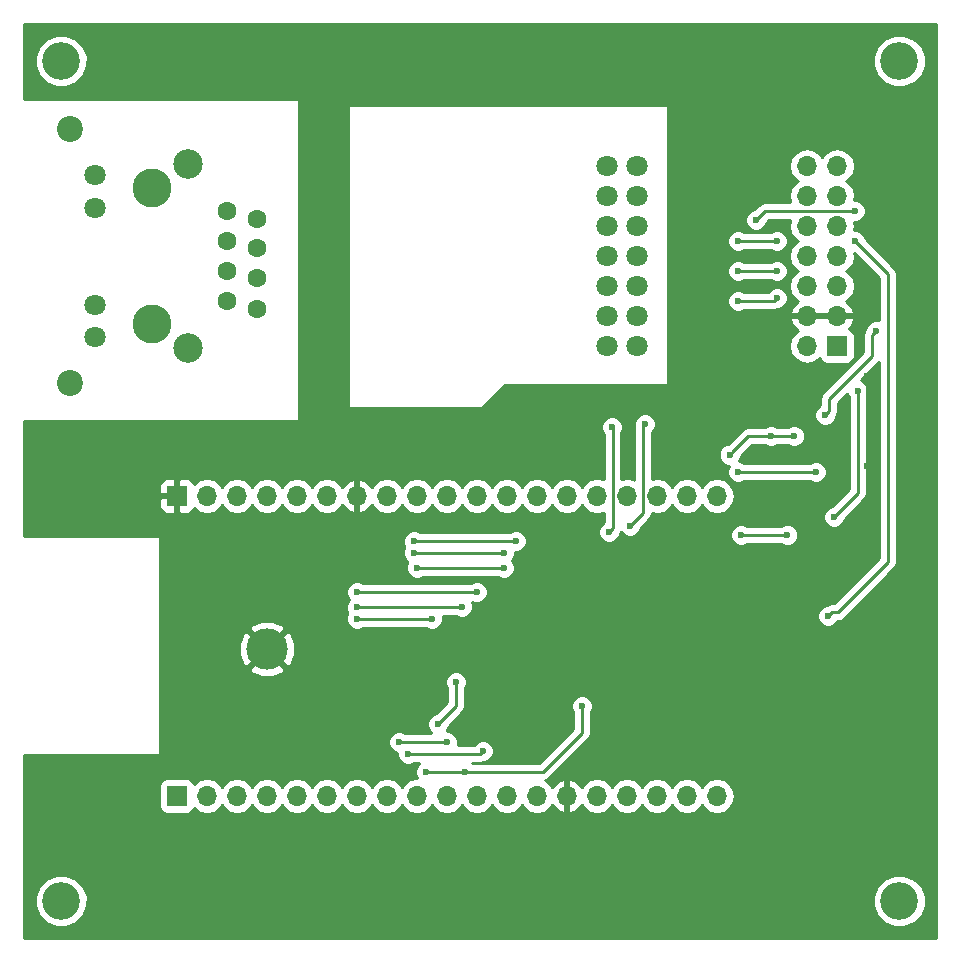
<source format=gbr>
G04 #@! TF.FileFunction,Copper,L2,Bot,Signal*
%FSLAX46Y46*%
G04 Gerber Fmt 4.6, Leading zero omitted, Abs format (unit mm)*
G04 Created by KiCad (PCBNEW 4.0.6) date Thu Nov  2 19:42:21 2017*
%MOMM*%
%LPD*%
G01*
G04 APERTURE LIST*
%ADD10C,0.100000*%
%ADD11C,3.500000*%
%ADD12R,1.700000X1.700000*%
%ADD13O,1.700000X1.700000*%
%ADD14C,3.200000*%
%ADD15C,1.800000*%
%ADD16C,3.300000*%
%ADD17C,1.600000*%
%ADD18C,2.500000*%
%ADD19C,2.200000*%
%ADD20C,0.600000*%
%ADD21C,0.250000*%
%ADD22C,0.254000*%
G04 APERTURE END LIST*
D10*
D11*
X139700000Y-76454000D03*
D12*
X132080000Y-88900000D03*
D13*
X134620000Y-88900000D03*
X137160000Y-88900000D03*
X139700000Y-88900000D03*
X142240000Y-88900000D03*
X144780000Y-88900000D03*
X147320000Y-88900000D03*
X149860000Y-88900000D03*
X152400000Y-88900000D03*
X154940000Y-88900000D03*
X157480000Y-88900000D03*
X160020000Y-88900000D03*
X162560000Y-88900000D03*
X165100000Y-88900000D03*
X167640000Y-88900000D03*
X170180000Y-88900000D03*
X172720000Y-88900000D03*
X175260000Y-88900000D03*
X177800000Y-88900000D03*
D12*
X132080000Y-63500000D03*
D13*
X134620000Y-63500000D03*
X137160000Y-63500000D03*
X139700000Y-63500000D03*
X142240000Y-63500000D03*
X144780000Y-63500000D03*
X147320000Y-63500000D03*
X149860000Y-63500000D03*
X152400000Y-63500000D03*
X154940000Y-63500000D03*
X157480000Y-63500000D03*
X160020000Y-63500000D03*
X162560000Y-63500000D03*
X165100000Y-63500000D03*
X167640000Y-63500000D03*
X170180000Y-63500000D03*
X172720000Y-63500000D03*
X175260000Y-63500000D03*
X177800000Y-63500000D03*
D14*
X122270000Y-26670000D03*
X122270000Y-97790000D03*
X193230000Y-97790000D03*
X193230000Y-26670000D03*
D15*
X171000000Y-50800000D03*
X171000000Y-48260000D03*
X171000000Y-45720000D03*
X171000000Y-43180000D03*
X171000000Y-40640000D03*
X171000000Y-38100000D03*
X171000000Y-35560000D03*
X168460000Y-38100000D03*
X168460000Y-35560000D03*
X168460000Y-40640000D03*
X168460000Y-43180000D03*
X168460000Y-45720000D03*
X168460000Y-48260000D03*
D16*
X130000000Y-37460000D03*
X130000000Y-48900000D03*
D17*
X136350000Y-46990000D03*
X138890000Y-47630000D03*
X136350000Y-44450000D03*
X138890000Y-45080000D03*
X136350000Y-41910000D03*
X138890000Y-42540000D03*
X136350000Y-39370000D03*
D18*
X133050000Y-35430000D03*
X133050000Y-50930000D03*
D17*
X138890000Y-40010000D03*
D15*
X125140000Y-36340000D03*
X125140000Y-39100000D03*
X125140000Y-47300000D03*
X125140000Y-50020000D03*
X168460000Y-50800000D03*
D19*
X123040000Y-32430000D03*
X123040000Y-53930000D03*
D12*
X187960000Y-50800000D03*
D13*
X185420000Y-50800000D03*
X187960000Y-48260000D03*
X185420000Y-48260000D03*
X187960000Y-45720000D03*
X185420000Y-45720000D03*
X187960000Y-43180000D03*
X185420000Y-43180000D03*
X187960000Y-40640000D03*
X185420000Y-40640000D03*
X187960000Y-38100000D03*
X185420000Y-38100000D03*
X187960000Y-35560000D03*
X185420000Y-35560000D03*
D20*
X144780000Y-57785000D03*
X139700000Y-57785000D03*
X134620000Y-57785000D03*
X130175000Y-57785000D03*
X126365000Y-61595000D03*
X129770000Y-26630000D03*
X190500000Y-48260000D03*
X190500000Y-40640000D03*
X185420000Y-31115000D03*
X180975000Y-26670000D03*
X171450000Y-26670000D03*
X162560000Y-26670000D03*
X153670000Y-26670000D03*
X144780000Y-26670000D03*
X137160000Y-26670000D03*
X183515000Y-55880000D03*
X165735000Y-57785000D03*
X160020000Y-57785000D03*
X154940000Y-57785000D03*
X149860000Y-57785000D03*
X145415000Y-78105000D03*
X153670000Y-78105000D03*
X157480000Y-74930000D03*
X160655000Y-71755000D03*
X160655000Y-77470000D03*
X133350000Y-97790000D03*
X140970000Y-97790000D03*
X148590000Y-97790000D03*
X156210000Y-97790000D03*
X163830000Y-97790000D03*
X170815000Y-97790000D03*
X178435000Y-97790000D03*
X185420000Y-86360000D03*
X185420000Y-79375000D03*
X179070000Y-79375000D03*
X179070000Y-83820000D03*
X172085000Y-79375000D03*
X172085000Y-73660000D03*
X164465000Y-79375000D03*
X135255000Y-71120000D03*
X139700000Y-71120000D03*
X139700000Y-81280000D03*
X145415000Y-81280000D03*
X132080000Y-78105000D03*
X132080000Y-81280000D03*
X135255000Y-81280000D03*
X132080000Y-74295000D03*
X135255000Y-78105000D03*
X135255000Y-74295000D03*
X132080000Y-61214000D03*
X147320000Y-61214000D03*
X190500000Y-53340000D03*
X190500000Y-60960000D03*
X190500000Y-68580000D03*
X181864000Y-69850000D03*
X181864000Y-67818000D03*
X180594000Y-65278000D03*
X180594000Y-62484000D03*
X164846000Y-82804000D03*
X156464000Y-82804000D03*
X189484000Y-41910000D03*
X187198000Y-73660000D03*
X182880000Y-41910000D03*
X179578000Y-41910000D03*
X168910000Y-57658000D03*
X154178000Y-82804000D03*
X155702000Y-79248000D03*
X168656000Y-66548000D03*
X182880000Y-44450000D03*
X179578000Y-44450000D03*
X171704000Y-57404000D03*
X170434000Y-66040000D03*
X166370000Y-81280000D03*
X156464000Y-86868000D03*
X153162000Y-86868000D03*
X154940000Y-84328000D03*
X150876000Y-84328000D03*
X157988000Y-85090000D03*
X151638000Y-85344000D03*
X182880000Y-46736000D03*
X179578000Y-46990000D03*
X189738000Y-54610000D03*
X187706000Y-65278000D03*
X189484000Y-39370000D03*
X181102000Y-40132000D03*
X186970000Y-56640000D03*
X184340000Y-58420000D03*
X178876949Y-60004949D03*
X191262000Y-49530000D03*
X182372000Y-58420000D03*
X153670000Y-73914000D03*
X147320000Y-73914000D03*
X156210000Y-72898000D03*
X147320000Y-72898000D03*
X157480000Y-71628000D03*
X147320000Y-71628000D03*
X186182000Y-61468000D03*
X179578000Y-61468000D03*
X160782000Y-67310000D03*
X152146000Y-67310000D03*
X159766000Y-68326000D03*
X152146000Y-68326000D03*
X159766000Y-69596000D03*
X152400000Y-69596000D03*
X183759010Y-66802000D03*
X179832000Y-66802000D03*
D21*
X139700000Y-57785000D02*
X134620000Y-57785000D01*
X126365000Y-61595000D02*
X130175000Y-57785000D01*
X129770000Y-26630000D02*
X131260000Y-28120000D01*
X131260000Y-28120000D02*
X144630000Y-28120000D01*
X144630000Y-28120000D02*
X144780000Y-28270000D01*
X144780000Y-28270000D02*
X144780000Y-57785000D01*
X190500000Y-40640000D02*
X190500000Y-32385000D01*
X190500000Y-32385000D02*
X189230000Y-31115000D01*
X189230000Y-31115000D02*
X185420000Y-31115000D01*
X180975000Y-26670000D02*
X171450000Y-26670000D01*
X162560000Y-26670000D02*
X153670000Y-26670000D01*
X144780000Y-26670000D02*
X137160000Y-26670000D01*
X187960000Y-48260000D02*
X190500000Y-48260000D01*
X183515000Y-55880000D02*
X182880000Y-56515000D01*
X182880000Y-56515000D02*
X167005000Y-56515000D01*
X167005000Y-56515000D02*
X165735000Y-57785000D01*
X160020000Y-57785000D02*
X154940000Y-57785000D01*
X149860000Y-57785000D02*
X144780000Y-57785000D01*
X161290000Y-78105000D02*
X160655000Y-77470000D01*
X161290000Y-78105000D02*
X162560000Y-79375000D01*
X164465000Y-79375000D02*
X162560000Y-79375000D01*
X153670000Y-78105000D02*
X145415000Y-78105000D01*
X160655000Y-71755000D02*
X157480000Y-74930000D01*
X133350000Y-97790000D02*
X140970000Y-97790000D01*
X148590000Y-97790000D02*
X156210000Y-97790000D01*
X163830000Y-97790000D02*
X170815000Y-97790000D01*
X178435000Y-97790000D02*
X185420000Y-90805000D01*
X185420000Y-90805000D02*
X185420000Y-86360000D01*
X185420000Y-79375000D02*
X179070000Y-79375000D01*
X179070000Y-83820000D02*
X174625000Y-79375000D01*
X174625000Y-79375000D02*
X172085000Y-79375000D01*
X172085000Y-73660000D02*
X166370000Y-79375000D01*
X166370000Y-79375000D02*
X164465000Y-79375000D01*
X135255000Y-71120000D02*
X139700000Y-71120000D01*
X145415000Y-81280000D02*
X139700000Y-81280000D01*
X132080000Y-74295000D02*
X132080000Y-78105000D01*
X132080000Y-81280000D02*
X135255000Y-81280000D01*
X135255000Y-74295000D02*
X132080000Y-74295000D01*
X135255000Y-74295000D02*
X135255000Y-78105000D01*
X147320000Y-61214000D02*
X132080000Y-61214000D01*
X190500000Y-60960000D02*
X190500000Y-53340000D01*
X181864000Y-69088000D02*
X181864000Y-69850000D01*
X181864000Y-67818000D02*
X181864000Y-69088000D01*
X181864000Y-69088000D02*
X189992000Y-69088000D01*
X189992000Y-69088000D02*
X190500000Y-68580000D01*
X180594000Y-62484000D02*
X180594000Y-65278000D01*
X156464000Y-82804000D02*
X164846000Y-82804000D01*
X192278000Y-69088000D02*
X192278000Y-44704000D01*
X192278000Y-44704000D02*
X189484000Y-41910000D01*
X188005999Y-73360001D02*
X192278000Y-69088000D01*
X187198000Y-73660000D02*
X187497999Y-73360001D01*
X187497999Y-73360001D02*
X188005999Y-73360001D01*
X179578000Y-41910000D02*
X182880000Y-41910000D01*
X168656000Y-66548000D02*
X168955999Y-66248001D01*
X168955999Y-66248001D02*
X168955999Y-57703999D01*
X168955999Y-57703999D02*
X168910000Y-57658000D01*
X155702000Y-81280000D02*
X155702000Y-79248000D01*
X154178000Y-82804000D02*
X155702000Y-81280000D01*
X179578000Y-44450000D02*
X182880000Y-44450000D01*
X170434000Y-66040000D02*
X171544999Y-64929001D01*
X171544999Y-64929001D02*
X171544999Y-57563001D01*
X171544999Y-57563001D02*
X171704000Y-57404000D01*
X163068000Y-86868000D02*
X166370000Y-83566000D01*
X166370000Y-83566000D02*
X166370000Y-81280000D01*
X156464000Y-86868000D02*
X163068000Y-86868000D01*
X153162000Y-86868000D02*
X156464000Y-86868000D01*
X150876000Y-84328000D02*
X154940000Y-84328000D01*
X151638000Y-85344000D02*
X157734000Y-85344000D01*
X157734000Y-85344000D02*
X157988000Y-85090000D01*
X179578000Y-46990000D02*
X182626000Y-46990000D01*
X182626000Y-46990000D02*
X182880000Y-46736000D01*
X187706000Y-65278000D02*
X189738000Y-63246000D01*
X189738000Y-63246000D02*
X189738000Y-54610000D01*
X181102000Y-40132000D02*
X181864000Y-39370000D01*
X181864000Y-39370000D02*
X189484000Y-39370000D01*
X186970000Y-56640000D02*
X187269999Y-56340001D01*
X190962001Y-49829999D02*
X191262000Y-49530000D01*
X187269999Y-56340001D02*
X187269999Y-55300001D01*
X187269999Y-55300001D02*
X190962001Y-51607999D01*
X190962001Y-51607999D02*
X190962001Y-49829999D01*
X182372000Y-58420000D02*
X184340000Y-58420000D01*
X180461898Y-58420000D02*
X179176948Y-59704950D01*
X179176948Y-59704950D02*
X178876949Y-60004949D01*
X182372000Y-58420000D02*
X180461898Y-58420000D01*
X147320000Y-73914000D02*
X153670000Y-73914000D01*
X153670000Y-72898000D02*
X156210000Y-72898000D01*
X147320000Y-72898000D02*
X153670000Y-72898000D01*
X147320000Y-71628000D02*
X157480000Y-71628000D01*
X179578000Y-61468000D02*
X186182000Y-61468000D01*
X152146000Y-67310000D02*
X160782000Y-67310000D01*
X152146000Y-68326000D02*
X159766000Y-68326000D01*
X152400000Y-69596000D02*
X159766000Y-69596000D01*
X179832000Y-66802000D02*
X183759010Y-66802000D01*
D22*
G36*
X196330000Y-100890000D02*
X119160000Y-100890000D01*
X119160000Y-98232619D01*
X120034613Y-98232619D01*
X120374155Y-99054372D01*
X121002321Y-99683636D01*
X121823481Y-100024611D01*
X122712619Y-100025387D01*
X123534372Y-99685845D01*
X124163636Y-99057679D01*
X124504611Y-98236519D01*
X124504614Y-98232619D01*
X190994613Y-98232619D01*
X191334155Y-99054372D01*
X191962321Y-99683636D01*
X192783481Y-100024611D01*
X193672619Y-100025387D01*
X194494372Y-99685845D01*
X195123636Y-99057679D01*
X195464611Y-98236519D01*
X195465387Y-97347381D01*
X195125845Y-96525628D01*
X194497679Y-95896364D01*
X193676519Y-95555389D01*
X192787381Y-95554613D01*
X191965628Y-95894155D01*
X191336364Y-96522321D01*
X190995389Y-97343481D01*
X190994613Y-98232619D01*
X124504614Y-98232619D01*
X124505387Y-97347381D01*
X124165845Y-96525628D01*
X123537679Y-95896364D01*
X122716519Y-95555389D01*
X121827381Y-95554613D01*
X121005628Y-95894155D01*
X120376364Y-96522321D01*
X120035389Y-97343481D01*
X120034613Y-98232619D01*
X119160000Y-98232619D01*
X119160000Y-88050000D01*
X130582560Y-88050000D01*
X130582560Y-89750000D01*
X130626838Y-89985317D01*
X130765910Y-90201441D01*
X130978110Y-90346431D01*
X131230000Y-90397440D01*
X132930000Y-90397440D01*
X133165317Y-90353162D01*
X133381441Y-90214090D01*
X133526431Y-90001890D01*
X133540086Y-89934459D01*
X133569946Y-89979147D01*
X134051715Y-90301054D01*
X134620000Y-90414093D01*
X135188285Y-90301054D01*
X135670054Y-89979147D01*
X135890000Y-89649974D01*
X136109946Y-89979147D01*
X136591715Y-90301054D01*
X137160000Y-90414093D01*
X137728285Y-90301054D01*
X138210054Y-89979147D01*
X138430000Y-89649974D01*
X138649946Y-89979147D01*
X139131715Y-90301054D01*
X139700000Y-90414093D01*
X140268285Y-90301054D01*
X140750054Y-89979147D01*
X140970000Y-89649974D01*
X141189946Y-89979147D01*
X141671715Y-90301054D01*
X142240000Y-90414093D01*
X142808285Y-90301054D01*
X143290054Y-89979147D01*
X143510000Y-89649974D01*
X143729946Y-89979147D01*
X144211715Y-90301054D01*
X144780000Y-90414093D01*
X145348285Y-90301054D01*
X145830054Y-89979147D01*
X146050000Y-89649974D01*
X146269946Y-89979147D01*
X146751715Y-90301054D01*
X147320000Y-90414093D01*
X147888285Y-90301054D01*
X148370054Y-89979147D01*
X148590000Y-89649974D01*
X148809946Y-89979147D01*
X149291715Y-90301054D01*
X149860000Y-90414093D01*
X150428285Y-90301054D01*
X150910054Y-89979147D01*
X151130000Y-89649974D01*
X151349946Y-89979147D01*
X151831715Y-90301054D01*
X152400000Y-90414093D01*
X152968285Y-90301054D01*
X153450054Y-89979147D01*
X153670000Y-89649974D01*
X153889946Y-89979147D01*
X154371715Y-90301054D01*
X154940000Y-90414093D01*
X155508285Y-90301054D01*
X155990054Y-89979147D01*
X156210000Y-89649974D01*
X156429946Y-89979147D01*
X156911715Y-90301054D01*
X157480000Y-90414093D01*
X158048285Y-90301054D01*
X158530054Y-89979147D01*
X158750000Y-89649974D01*
X158969946Y-89979147D01*
X159451715Y-90301054D01*
X160020000Y-90414093D01*
X160588285Y-90301054D01*
X161070054Y-89979147D01*
X161290000Y-89649974D01*
X161509946Y-89979147D01*
X161991715Y-90301054D01*
X162560000Y-90414093D01*
X163128285Y-90301054D01*
X163610054Y-89979147D01*
X163837702Y-89638447D01*
X163904817Y-89781358D01*
X164333076Y-90171645D01*
X164743110Y-90341476D01*
X164973000Y-90220155D01*
X164973000Y-89027000D01*
X164953000Y-89027000D01*
X164953000Y-88773000D01*
X164973000Y-88773000D01*
X164973000Y-87579845D01*
X165227000Y-87579845D01*
X165227000Y-88773000D01*
X165247000Y-88773000D01*
X165247000Y-89027000D01*
X165227000Y-89027000D01*
X165227000Y-90220155D01*
X165456890Y-90341476D01*
X165866924Y-90171645D01*
X166295183Y-89781358D01*
X166362298Y-89638447D01*
X166589946Y-89979147D01*
X167071715Y-90301054D01*
X167640000Y-90414093D01*
X168208285Y-90301054D01*
X168690054Y-89979147D01*
X168910000Y-89649974D01*
X169129946Y-89979147D01*
X169611715Y-90301054D01*
X170180000Y-90414093D01*
X170748285Y-90301054D01*
X171230054Y-89979147D01*
X171450000Y-89649974D01*
X171669946Y-89979147D01*
X172151715Y-90301054D01*
X172720000Y-90414093D01*
X173288285Y-90301054D01*
X173770054Y-89979147D01*
X173990000Y-89649974D01*
X174209946Y-89979147D01*
X174691715Y-90301054D01*
X175260000Y-90414093D01*
X175828285Y-90301054D01*
X176310054Y-89979147D01*
X176530000Y-89649974D01*
X176749946Y-89979147D01*
X177231715Y-90301054D01*
X177800000Y-90414093D01*
X178368285Y-90301054D01*
X178850054Y-89979147D01*
X179171961Y-89497378D01*
X179285000Y-88929093D01*
X179285000Y-88870907D01*
X179171961Y-88302622D01*
X178850054Y-87820853D01*
X178368285Y-87498946D01*
X177800000Y-87385907D01*
X177231715Y-87498946D01*
X176749946Y-87820853D01*
X176530000Y-88150026D01*
X176310054Y-87820853D01*
X175828285Y-87498946D01*
X175260000Y-87385907D01*
X174691715Y-87498946D01*
X174209946Y-87820853D01*
X173990000Y-88150026D01*
X173770054Y-87820853D01*
X173288285Y-87498946D01*
X172720000Y-87385907D01*
X172151715Y-87498946D01*
X171669946Y-87820853D01*
X171450000Y-88150026D01*
X171230054Y-87820853D01*
X170748285Y-87498946D01*
X170180000Y-87385907D01*
X169611715Y-87498946D01*
X169129946Y-87820853D01*
X168910000Y-88150026D01*
X168690054Y-87820853D01*
X168208285Y-87498946D01*
X167640000Y-87385907D01*
X167071715Y-87498946D01*
X166589946Y-87820853D01*
X166362298Y-88161553D01*
X166295183Y-88018642D01*
X165866924Y-87628355D01*
X165456890Y-87458524D01*
X165227000Y-87579845D01*
X164973000Y-87579845D01*
X164743110Y-87458524D01*
X164333076Y-87628355D01*
X163904817Y-88018642D01*
X163837702Y-88161553D01*
X163610054Y-87820853D01*
X163263291Y-87589154D01*
X163358839Y-87570148D01*
X163605401Y-87405401D01*
X166907401Y-84103401D01*
X167072148Y-83856840D01*
X167130000Y-83566000D01*
X167130000Y-81842463D01*
X167162192Y-81810327D01*
X167304838Y-81466799D01*
X167305162Y-81094833D01*
X167163117Y-80751057D01*
X166900327Y-80487808D01*
X166556799Y-80345162D01*
X166184833Y-80344838D01*
X165841057Y-80486883D01*
X165577808Y-80749673D01*
X165435162Y-81093201D01*
X165434838Y-81465167D01*
X165576883Y-81808943D01*
X165610000Y-81842118D01*
X165610000Y-83251198D01*
X162753198Y-86108000D01*
X157026463Y-86108000D01*
X157022470Y-86104000D01*
X157734000Y-86104000D01*
X158024839Y-86046148D01*
X158056399Y-86025060D01*
X158173167Y-86025162D01*
X158516943Y-85883117D01*
X158780192Y-85620327D01*
X158922838Y-85276799D01*
X158923162Y-84904833D01*
X158781117Y-84561057D01*
X158518327Y-84297808D01*
X158174799Y-84155162D01*
X157802833Y-84154838D01*
X157459057Y-84296883D01*
X157195808Y-84559673D01*
X157185706Y-84584000D01*
X155846103Y-84584000D01*
X155874838Y-84514799D01*
X155875162Y-84142833D01*
X155733117Y-83799057D01*
X155470327Y-83535808D01*
X155126799Y-83393162D01*
X154911442Y-83392974D01*
X154970192Y-83334327D01*
X155112838Y-82990799D01*
X155112879Y-82943923D01*
X156239401Y-81817401D01*
X156404148Y-81570840D01*
X156424843Y-81466799D01*
X156462000Y-81280000D01*
X156462000Y-79810463D01*
X156494192Y-79778327D01*
X156636838Y-79434799D01*
X156637162Y-79062833D01*
X156495117Y-78719057D01*
X156232327Y-78455808D01*
X155888799Y-78313162D01*
X155516833Y-78312838D01*
X155173057Y-78454883D01*
X154909808Y-78717673D01*
X154767162Y-79061201D01*
X154766838Y-79433167D01*
X154908883Y-79776943D01*
X154942000Y-79810118D01*
X154942000Y-80965198D01*
X154038320Y-81868878D01*
X153992833Y-81868838D01*
X153649057Y-82010883D01*
X153385808Y-82273673D01*
X153243162Y-82617201D01*
X153242838Y-82989167D01*
X153384883Y-83332943D01*
X153619530Y-83568000D01*
X151438463Y-83568000D01*
X151406327Y-83535808D01*
X151062799Y-83393162D01*
X150690833Y-83392838D01*
X150347057Y-83534883D01*
X150083808Y-83797673D01*
X149941162Y-84141201D01*
X149940838Y-84513167D01*
X150082883Y-84856943D01*
X150345673Y-85120192D01*
X150689201Y-85262838D01*
X150703070Y-85262850D01*
X150702838Y-85529167D01*
X150844883Y-85872943D01*
X151107673Y-86136192D01*
X151451201Y-86278838D01*
X151823167Y-86279162D01*
X152166943Y-86137117D01*
X152200118Y-86104000D01*
X152603889Y-86104000D01*
X152369808Y-86337673D01*
X152227162Y-86681201D01*
X152226838Y-87053167D01*
X152367033Y-87392465D01*
X151831715Y-87498946D01*
X151349946Y-87820853D01*
X151130000Y-88150026D01*
X150910054Y-87820853D01*
X150428285Y-87498946D01*
X149860000Y-87385907D01*
X149291715Y-87498946D01*
X148809946Y-87820853D01*
X148590000Y-88150026D01*
X148370054Y-87820853D01*
X147888285Y-87498946D01*
X147320000Y-87385907D01*
X146751715Y-87498946D01*
X146269946Y-87820853D01*
X146050000Y-88150026D01*
X145830054Y-87820853D01*
X145348285Y-87498946D01*
X144780000Y-87385907D01*
X144211715Y-87498946D01*
X143729946Y-87820853D01*
X143510000Y-88150026D01*
X143290054Y-87820853D01*
X142808285Y-87498946D01*
X142240000Y-87385907D01*
X141671715Y-87498946D01*
X141189946Y-87820853D01*
X140970000Y-88150026D01*
X140750054Y-87820853D01*
X140268285Y-87498946D01*
X139700000Y-87385907D01*
X139131715Y-87498946D01*
X138649946Y-87820853D01*
X138430000Y-88150026D01*
X138210054Y-87820853D01*
X137728285Y-87498946D01*
X137160000Y-87385907D01*
X136591715Y-87498946D01*
X136109946Y-87820853D01*
X135890000Y-88150026D01*
X135670054Y-87820853D01*
X135188285Y-87498946D01*
X134620000Y-87385907D01*
X134051715Y-87498946D01*
X133569946Y-87820853D01*
X133542150Y-87862452D01*
X133533162Y-87814683D01*
X133394090Y-87598559D01*
X133181890Y-87453569D01*
X132930000Y-87402560D01*
X131230000Y-87402560D01*
X130994683Y-87446838D01*
X130778559Y-87585910D01*
X130633569Y-87798110D01*
X130582560Y-88050000D01*
X119160000Y-88050000D01*
X119160000Y-85471000D01*
X130556000Y-85471000D01*
X130602159Y-85462315D01*
X130644553Y-85435035D01*
X130672994Y-85393410D01*
X130683000Y-85344000D01*
X130683000Y-78148528D01*
X138185077Y-78148528D01*
X138375364Y-78493271D01*
X139256591Y-78844956D01*
X140205323Y-78832641D01*
X141024636Y-78493271D01*
X141214923Y-78148528D01*
X139700000Y-76633605D01*
X138185077Y-78148528D01*
X130683000Y-78148528D01*
X130683000Y-76010591D01*
X137309044Y-76010591D01*
X137321359Y-76959323D01*
X137660729Y-77778636D01*
X138005472Y-77968923D01*
X139520395Y-76454000D01*
X139879605Y-76454000D01*
X141394528Y-77968923D01*
X141739271Y-77778636D01*
X142090956Y-76897409D01*
X142078641Y-75948677D01*
X141739271Y-75129364D01*
X141394528Y-74939077D01*
X139879605Y-76454000D01*
X139520395Y-76454000D01*
X138005472Y-74939077D01*
X137660729Y-75129364D01*
X137309044Y-76010591D01*
X130683000Y-76010591D01*
X130683000Y-74759472D01*
X138185077Y-74759472D01*
X139700000Y-76274395D01*
X141214923Y-74759472D01*
X141024636Y-74414729D01*
X140143409Y-74063044D01*
X139194677Y-74075359D01*
X138375364Y-74414729D01*
X138185077Y-74759472D01*
X130683000Y-74759472D01*
X130683000Y-71813167D01*
X146384838Y-71813167D01*
X146526883Y-72156943D01*
X146632710Y-72262954D01*
X146527808Y-72367673D01*
X146385162Y-72711201D01*
X146384838Y-73083167D01*
X146518383Y-73406371D01*
X146385162Y-73727201D01*
X146384838Y-74099167D01*
X146526883Y-74442943D01*
X146789673Y-74706192D01*
X147133201Y-74848838D01*
X147505167Y-74849162D01*
X147848943Y-74707117D01*
X147882118Y-74674000D01*
X153107537Y-74674000D01*
X153139673Y-74706192D01*
X153483201Y-74848838D01*
X153855167Y-74849162D01*
X154198943Y-74707117D01*
X154462192Y-74444327D01*
X154604838Y-74100799D01*
X154605162Y-73728833D01*
X154575894Y-73658000D01*
X155647537Y-73658000D01*
X155679673Y-73690192D01*
X156023201Y-73832838D01*
X156395167Y-73833162D01*
X156738943Y-73691117D01*
X157002192Y-73428327D01*
X157144838Y-73084799D01*
X157145162Y-72712833D01*
X157039690Y-72457570D01*
X157293201Y-72562838D01*
X157665167Y-72563162D01*
X158008943Y-72421117D01*
X158272192Y-72158327D01*
X158414838Y-71814799D01*
X158415162Y-71442833D01*
X158273117Y-71099057D01*
X158010327Y-70835808D01*
X157666799Y-70693162D01*
X157294833Y-70692838D01*
X156951057Y-70834883D01*
X156917882Y-70868000D01*
X147882463Y-70868000D01*
X147850327Y-70835808D01*
X147506799Y-70693162D01*
X147134833Y-70692838D01*
X146791057Y-70834883D01*
X146527808Y-71097673D01*
X146385162Y-71441201D01*
X146384838Y-71813167D01*
X130683000Y-71813167D01*
X130683000Y-67495167D01*
X151210838Y-67495167D01*
X151344383Y-67818371D01*
X151211162Y-68139201D01*
X151210838Y-68511167D01*
X151352883Y-68854943D01*
X151594717Y-69097199D01*
X151465162Y-69409201D01*
X151464838Y-69781167D01*
X151606883Y-70124943D01*
X151869673Y-70388192D01*
X152213201Y-70530838D01*
X152585167Y-70531162D01*
X152928943Y-70389117D01*
X152962118Y-70356000D01*
X159203537Y-70356000D01*
X159235673Y-70388192D01*
X159579201Y-70530838D01*
X159951167Y-70531162D01*
X160294943Y-70389117D01*
X160558192Y-70126327D01*
X160700838Y-69782799D01*
X160701162Y-69410833D01*
X160559117Y-69067057D01*
X160453290Y-68961046D01*
X160558192Y-68856327D01*
X160700838Y-68512799D01*
X160701071Y-68244930D01*
X160967167Y-68245162D01*
X161310943Y-68103117D01*
X161574192Y-67840327D01*
X161716838Y-67496799D01*
X161717162Y-67124833D01*
X161575117Y-66781057D01*
X161312327Y-66517808D01*
X160968799Y-66375162D01*
X160596833Y-66374838D01*
X160253057Y-66516883D01*
X160219882Y-66550000D01*
X152708463Y-66550000D01*
X152676327Y-66517808D01*
X152332799Y-66375162D01*
X151960833Y-66374838D01*
X151617057Y-66516883D01*
X151353808Y-66779673D01*
X151211162Y-67123201D01*
X151210838Y-67495167D01*
X130683000Y-67495167D01*
X130683000Y-67056000D01*
X130674315Y-67009841D01*
X130647035Y-66967447D01*
X130605410Y-66939006D01*
X130556000Y-66929000D01*
X119160000Y-66929000D01*
X119160000Y-63785750D01*
X130595000Y-63785750D01*
X130595000Y-64476309D01*
X130691673Y-64709698D01*
X130870301Y-64888327D01*
X131103690Y-64985000D01*
X131794250Y-64985000D01*
X131953000Y-64826250D01*
X131953000Y-63627000D01*
X130753750Y-63627000D01*
X130595000Y-63785750D01*
X119160000Y-63785750D01*
X119160000Y-62523691D01*
X130595000Y-62523691D01*
X130595000Y-63214250D01*
X130753750Y-63373000D01*
X131953000Y-63373000D01*
X131953000Y-62173750D01*
X132207000Y-62173750D01*
X132207000Y-63373000D01*
X132227000Y-63373000D01*
X132227000Y-63627000D01*
X132207000Y-63627000D01*
X132207000Y-64826250D01*
X132365750Y-64985000D01*
X133056310Y-64985000D01*
X133289699Y-64888327D01*
X133468327Y-64709698D01*
X133540597Y-64535223D01*
X133569946Y-64579147D01*
X134051715Y-64901054D01*
X134620000Y-65014093D01*
X135188285Y-64901054D01*
X135670054Y-64579147D01*
X135890000Y-64249974D01*
X136109946Y-64579147D01*
X136591715Y-64901054D01*
X137160000Y-65014093D01*
X137728285Y-64901054D01*
X138210054Y-64579147D01*
X138430000Y-64249974D01*
X138649946Y-64579147D01*
X139131715Y-64901054D01*
X139700000Y-65014093D01*
X140268285Y-64901054D01*
X140750054Y-64579147D01*
X140970000Y-64249974D01*
X141189946Y-64579147D01*
X141671715Y-64901054D01*
X142240000Y-65014093D01*
X142808285Y-64901054D01*
X143290054Y-64579147D01*
X143510000Y-64249974D01*
X143729946Y-64579147D01*
X144211715Y-64901054D01*
X144780000Y-65014093D01*
X145348285Y-64901054D01*
X145830054Y-64579147D01*
X146057702Y-64238447D01*
X146124817Y-64381358D01*
X146553076Y-64771645D01*
X146963110Y-64941476D01*
X147193000Y-64820155D01*
X147193000Y-63627000D01*
X147173000Y-63627000D01*
X147173000Y-63373000D01*
X147193000Y-63373000D01*
X147193000Y-62179845D01*
X147447000Y-62179845D01*
X147447000Y-63373000D01*
X147467000Y-63373000D01*
X147467000Y-63627000D01*
X147447000Y-63627000D01*
X147447000Y-64820155D01*
X147676890Y-64941476D01*
X148086924Y-64771645D01*
X148515183Y-64381358D01*
X148582298Y-64238447D01*
X148809946Y-64579147D01*
X149291715Y-64901054D01*
X149860000Y-65014093D01*
X150428285Y-64901054D01*
X150910054Y-64579147D01*
X151130000Y-64249974D01*
X151349946Y-64579147D01*
X151831715Y-64901054D01*
X152400000Y-65014093D01*
X152968285Y-64901054D01*
X153450054Y-64579147D01*
X153670000Y-64249974D01*
X153889946Y-64579147D01*
X154371715Y-64901054D01*
X154940000Y-65014093D01*
X155508285Y-64901054D01*
X155990054Y-64579147D01*
X156210000Y-64249974D01*
X156429946Y-64579147D01*
X156911715Y-64901054D01*
X157480000Y-65014093D01*
X158048285Y-64901054D01*
X158530054Y-64579147D01*
X158750000Y-64249974D01*
X158969946Y-64579147D01*
X159451715Y-64901054D01*
X160020000Y-65014093D01*
X160588285Y-64901054D01*
X161070054Y-64579147D01*
X161290000Y-64249974D01*
X161509946Y-64579147D01*
X161991715Y-64901054D01*
X162560000Y-65014093D01*
X163128285Y-64901054D01*
X163610054Y-64579147D01*
X163830000Y-64249974D01*
X164049946Y-64579147D01*
X164531715Y-64901054D01*
X165100000Y-65014093D01*
X165668285Y-64901054D01*
X166150054Y-64579147D01*
X166370000Y-64249974D01*
X166589946Y-64579147D01*
X167071715Y-64901054D01*
X167640000Y-65014093D01*
X168195999Y-64903498D01*
X168195999Y-65726397D01*
X168127057Y-65754883D01*
X167863808Y-66017673D01*
X167721162Y-66361201D01*
X167720838Y-66733167D01*
X167862883Y-67076943D01*
X168125673Y-67340192D01*
X168469201Y-67482838D01*
X168841167Y-67483162D01*
X169184943Y-67341117D01*
X169448192Y-67078327D01*
X169486045Y-66987167D01*
X178896838Y-66987167D01*
X179038883Y-67330943D01*
X179301673Y-67594192D01*
X179645201Y-67736838D01*
X180017167Y-67737162D01*
X180360943Y-67595117D01*
X180394118Y-67562000D01*
X183196547Y-67562000D01*
X183228683Y-67594192D01*
X183572211Y-67736838D01*
X183944177Y-67737162D01*
X184287953Y-67595117D01*
X184551202Y-67332327D01*
X184693848Y-66988799D01*
X184694172Y-66616833D01*
X184552127Y-66273057D01*
X184289337Y-66009808D01*
X183945809Y-65867162D01*
X183573843Y-65866838D01*
X183230067Y-66008883D01*
X183196892Y-66042000D01*
X180394463Y-66042000D01*
X180362327Y-66009808D01*
X180018799Y-65867162D01*
X179646833Y-65866838D01*
X179303057Y-66008883D01*
X179039808Y-66271673D01*
X178897162Y-66615201D01*
X178896838Y-66987167D01*
X169486045Y-66987167D01*
X169590838Y-66734799D01*
X169590921Y-66639451D01*
X169639794Y-66566307D01*
X169640883Y-66568943D01*
X169903673Y-66832192D01*
X170247201Y-66974838D01*
X170619167Y-66975162D01*
X170962943Y-66833117D01*
X171226192Y-66570327D01*
X171368838Y-66226799D01*
X171368879Y-66179923D01*
X172082400Y-65466402D01*
X172247147Y-65219840D01*
X172304512Y-64931447D01*
X172720000Y-65014093D01*
X173288285Y-64901054D01*
X173770054Y-64579147D01*
X173990000Y-64249974D01*
X174209946Y-64579147D01*
X174691715Y-64901054D01*
X175260000Y-65014093D01*
X175828285Y-64901054D01*
X176310054Y-64579147D01*
X176530000Y-64249974D01*
X176749946Y-64579147D01*
X177231715Y-64901054D01*
X177800000Y-65014093D01*
X178368285Y-64901054D01*
X178850054Y-64579147D01*
X179171961Y-64097378D01*
X179285000Y-63529093D01*
X179285000Y-63470907D01*
X179171961Y-62902622D01*
X178850054Y-62420853D01*
X178368285Y-62098946D01*
X177800000Y-61985907D01*
X177231715Y-62098946D01*
X176749946Y-62420853D01*
X176530000Y-62750026D01*
X176310054Y-62420853D01*
X175828285Y-62098946D01*
X175260000Y-61985907D01*
X174691715Y-62098946D01*
X174209946Y-62420853D01*
X173990000Y-62750026D01*
X173770054Y-62420853D01*
X173288285Y-62098946D01*
X172720000Y-61985907D01*
X172304999Y-62068456D01*
X172304999Y-60190116D01*
X177941787Y-60190116D01*
X178083832Y-60533892D01*
X178346622Y-60797141D01*
X178690150Y-60939787D01*
X178784896Y-60939870D01*
X178643162Y-61281201D01*
X178642838Y-61653167D01*
X178784883Y-61996943D01*
X179047673Y-62260192D01*
X179391201Y-62402838D01*
X179763167Y-62403162D01*
X180106943Y-62261117D01*
X180140118Y-62228000D01*
X185619537Y-62228000D01*
X185651673Y-62260192D01*
X185995201Y-62402838D01*
X186367167Y-62403162D01*
X186710943Y-62261117D01*
X186974192Y-61998327D01*
X187116838Y-61654799D01*
X187117162Y-61282833D01*
X186975117Y-60939057D01*
X186712327Y-60675808D01*
X186368799Y-60533162D01*
X185996833Y-60532838D01*
X185653057Y-60674883D01*
X185619882Y-60708000D01*
X180140463Y-60708000D01*
X180108327Y-60675808D01*
X179764799Y-60533162D01*
X179670053Y-60533079D01*
X179811787Y-60191748D01*
X179811828Y-60144872D01*
X180776700Y-59180000D01*
X181809537Y-59180000D01*
X181841673Y-59212192D01*
X182185201Y-59354838D01*
X182557167Y-59355162D01*
X182900943Y-59213117D01*
X182934118Y-59180000D01*
X183777537Y-59180000D01*
X183809673Y-59212192D01*
X184153201Y-59354838D01*
X184525167Y-59355162D01*
X184868943Y-59213117D01*
X185132192Y-58950327D01*
X185274838Y-58606799D01*
X185275162Y-58234833D01*
X185133117Y-57891057D01*
X184870327Y-57627808D01*
X184526799Y-57485162D01*
X184154833Y-57484838D01*
X183811057Y-57626883D01*
X183777882Y-57660000D01*
X182934463Y-57660000D01*
X182902327Y-57627808D01*
X182558799Y-57485162D01*
X182186833Y-57484838D01*
X181843057Y-57626883D01*
X181809882Y-57660000D01*
X180461898Y-57660000D01*
X180171059Y-57717852D01*
X179924497Y-57882599D01*
X178737269Y-59069827D01*
X178691782Y-59069787D01*
X178348006Y-59211832D01*
X178084757Y-59474622D01*
X177942111Y-59818150D01*
X177941787Y-60190116D01*
X172304999Y-60190116D01*
X172304999Y-58125187D01*
X172496192Y-57934327D01*
X172638838Y-57590799D01*
X172639162Y-57218833D01*
X172497117Y-56875057D01*
X172234327Y-56611808D01*
X171890799Y-56469162D01*
X171518833Y-56468838D01*
X171175057Y-56610883D01*
X170911808Y-56873673D01*
X170769162Y-57217201D01*
X170768838Y-57589167D01*
X170784999Y-57628280D01*
X170784999Y-62123477D01*
X170748285Y-62098946D01*
X170180000Y-61985907D01*
X169715999Y-62078203D01*
X169715999Y-58155076D01*
X169844838Y-57844799D01*
X169845162Y-57472833D01*
X169703117Y-57129057D01*
X169440327Y-56865808D01*
X169096799Y-56723162D01*
X168724833Y-56722838D01*
X168381057Y-56864883D01*
X168117808Y-57127673D01*
X167975162Y-57471201D01*
X167974838Y-57843167D01*
X168116883Y-58186943D01*
X168195999Y-58266197D01*
X168195999Y-62096502D01*
X167640000Y-61985907D01*
X167071715Y-62098946D01*
X166589946Y-62420853D01*
X166370000Y-62750026D01*
X166150054Y-62420853D01*
X165668285Y-62098946D01*
X165100000Y-61985907D01*
X164531715Y-62098946D01*
X164049946Y-62420853D01*
X163830000Y-62750026D01*
X163610054Y-62420853D01*
X163128285Y-62098946D01*
X162560000Y-61985907D01*
X161991715Y-62098946D01*
X161509946Y-62420853D01*
X161290000Y-62750026D01*
X161070054Y-62420853D01*
X160588285Y-62098946D01*
X160020000Y-61985907D01*
X159451715Y-62098946D01*
X158969946Y-62420853D01*
X158750000Y-62750026D01*
X158530054Y-62420853D01*
X158048285Y-62098946D01*
X157480000Y-61985907D01*
X156911715Y-62098946D01*
X156429946Y-62420853D01*
X156210000Y-62750026D01*
X155990054Y-62420853D01*
X155508285Y-62098946D01*
X154940000Y-61985907D01*
X154371715Y-62098946D01*
X153889946Y-62420853D01*
X153670000Y-62750026D01*
X153450054Y-62420853D01*
X152968285Y-62098946D01*
X152400000Y-61985907D01*
X151831715Y-62098946D01*
X151349946Y-62420853D01*
X151130000Y-62750026D01*
X150910054Y-62420853D01*
X150428285Y-62098946D01*
X149860000Y-61985907D01*
X149291715Y-62098946D01*
X148809946Y-62420853D01*
X148582298Y-62761553D01*
X148515183Y-62618642D01*
X148086924Y-62228355D01*
X147676890Y-62058524D01*
X147447000Y-62179845D01*
X147193000Y-62179845D01*
X146963110Y-62058524D01*
X146553076Y-62228355D01*
X146124817Y-62618642D01*
X146057702Y-62761553D01*
X145830054Y-62420853D01*
X145348285Y-62098946D01*
X144780000Y-61985907D01*
X144211715Y-62098946D01*
X143729946Y-62420853D01*
X143510000Y-62750026D01*
X143290054Y-62420853D01*
X142808285Y-62098946D01*
X142240000Y-61985907D01*
X141671715Y-62098946D01*
X141189946Y-62420853D01*
X140970000Y-62750026D01*
X140750054Y-62420853D01*
X140268285Y-62098946D01*
X139700000Y-61985907D01*
X139131715Y-62098946D01*
X138649946Y-62420853D01*
X138430000Y-62750026D01*
X138210054Y-62420853D01*
X137728285Y-62098946D01*
X137160000Y-61985907D01*
X136591715Y-62098946D01*
X136109946Y-62420853D01*
X135890000Y-62750026D01*
X135670054Y-62420853D01*
X135188285Y-62098946D01*
X134620000Y-61985907D01*
X134051715Y-62098946D01*
X133569946Y-62420853D01*
X133540597Y-62464777D01*
X133468327Y-62290302D01*
X133289699Y-62111673D01*
X133056310Y-62015000D01*
X132365750Y-62015000D01*
X132207000Y-62173750D01*
X131953000Y-62173750D01*
X131794250Y-62015000D01*
X131103690Y-62015000D01*
X130870301Y-62111673D01*
X130691673Y-62290302D01*
X130595000Y-62523691D01*
X119160000Y-62523691D01*
X119160000Y-57127000D01*
X142260000Y-57127000D01*
X142306159Y-57118315D01*
X142348553Y-57091035D01*
X142376994Y-57049410D01*
X142387000Y-57000000D01*
X142387000Y-30500000D01*
X146533000Y-30500000D01*
X146533000Y-55900000D01*
X146541685Y-55946159D01*
X146568965Y-55988553D01*
X146610590Y-56016994D01*
X146660000Y-56027000D01*
X157860000Y-56027000D01*
X157907789Y-56017666D01*
X157949803Y-55989803D01*
X159812606Y-54127000D01*
X173560000Y-54127000D01*
X173606159Y-54118315D01*
X173648553Y-54091035D01*
X173676994Y-54049410D01*
X173687000Y-54000000D01*
X173687000Y-50800000D01*
X183905907Y-50800000D01*
X184018946Y-51368285D01*
X184340853Y-51850054D01*
X184822622Y-52171961D01*
X185390907Y-52285000D01*
X185449093Y-52285000D01*
X186017378Y-52171961D01*
X186499147Y-51850054D01*
X186499971Y-51848821D01*
X186506838Y-51885317D01*
X186645910Y-52101441D01*
X186858110Y-52246431D01*
X187110000Y-52297440D01*
X188810000Y-52297440D01*
X189045317Y-52253162D01*
X189261441Y-52114090D01*
X189406431Y-51901890D01*
X189457440Y-51650000D01*
X189457440Y-49950000D01*
X189413162Y-49714683D01*
X189274090Y-49498559D01*
X189061890Y-49353569D01*
X188953893Y-49331699D01*
X189231645Y-49026924D01*
X189401476Y-48616890D01*
X189280155Y-48387000D01*
X188087000Y-48387000D01*
X188087000Y-48407000D01*
X187833000Y-48407000D01*
X187833000Y-48387000D01*
X185547000Y-48387000D01*
X185547000Y-48407000D01*
X185293000Y-48407000D01*
X185293000Y-48387000D01*
X184099845Y-48387000D01*
X183978524Y-48616890D01*
X184148355Y-49026924D01*
X184538642Y-49455183D01*
X184681553Y-49522298D01*
X184340853Y-49749946D01*
X184018946Y-50231715D01*
X183905907Y-50800000D01*
X173687000Y-50800000D01*
X173687000Y-47175167D01*
X178642838Y-47175167D01*
X178784883Y-47518943D01*
X179047673Y-47782192D01*
X179391201Y-47924838D01*
X179763167Y-47925162D01*
X180106943Y-47783117D01*
X180140118Y-47750000D01*
X182626000Y-47750000D01*
X182916839Y-47692148D01*
X182948399Y-47671060D01*
X183065167Y-47671162D01*
X183408943Y-47529117D01*
X183672192Y-47266327D01*
X183814838Y-46922799D01*
X183815162Y-46550833D01*
X183673117Y-46207057D01*
X183410327Y-45943808D01*
X183066799Y-45801162D01*
X182694833Y-45800838D01*
X182351057Y-45942883D01*
X182087808Y-46205673D01*
X182077706Y-46230000D01*
X180140463Y-46230000D01*
X180108327Y-46197808D01*
X179764799Y-46055162D01*
X179392833Y-46054838D01*
X179049057Y-46196883D01*
X178785808Y-46459673D01*
X178643162Y-46803201D01*
X178642838Y-47175167D01*
X173687000Y-47175167D01*
X173687000Y-44635167D01*
X178642838Y-44635167D01*
X178784883Y-44978943D01*
X179047673Y-45242192D01*
X179391201Y-45384838D01*
X179763167Y-45385162D01*
X180106943Y-45243117D01*
X180140118Y-45210000D01*
X182317537Y-45210000D01*
X182349673Y-45242192D01*
X182693201Y-45384838D01*
X183065167Y-45385162D01*
X183408943Y-45243117D01*
X183672192Y-44980327D01*
X183814838Y-44636799D01*
X183815162Y-44264833D01*
X183673117Y-43921057D01*
X183410327Y-43657808D01*
X183066799Y-43515162D01*
X182694833Y-43514838D01*
X182351057Y-43656883D01*
X182317882Y-43690000D01*
X180140463Y-43690000D01*
X180108327Y-43657808D01*
X179764799Y-43515162D01*
X179392833Y-43514838D01*
X179049057Y-43656883D01*
X178785808Y-43919673D01*
X178643162Y-44263201D01*
X178642838Y-44635167D01*
X173687000Y-44635167D01*
X173687000Y-42095167D01*
X178642838Y-42095167D01*
X178784883Y-42438943D01*
X179047673Y-42702192D01*
X179391201Y-42844838D01*
X179763167Y-42845162D01*
X180106943Y-42703117D01*
X180140118Y-42670000D01*
X182317537Y-42670000D01*
X182349673Y-42702192D01*
X182693201Y-42844838D01*
X183065167Y-42845162D01*
X183408943Y-42703117D01*
X183672192Y-42440327D01*
X183814838Y-42096799D01*
X183815162Y-41724833D01*
X183673117Y-41381057D01*
X183410327Y-41117808D01*
X183066799Y-40975162D01*
X182694833Y-40974838D01*
X182351057Y-41116883D01*
X182317882Y-41150000D01*
X180140463Y-41150000D01*
X180108327Y-41117808D01*
X179764799Y-40975162D01*
X179392833Y-40974838D01*
X179049057Y-41116883D01*
X178785808Y-41379673D01*
X178643162Y-41723201D01*
X178642838Y-42095167D01*
X173687000Y-42095167D01*
X173687000Y-40317167D01*
X180166838Y-40317167D01*
X180308883Y-40660943D01*
X180571673Y-40924192D01*
X180915201Y-41066838D01*
X181287167Y-41067162D01*
X181630943Y-40925117D01*
X181894192Y-40662327D01*
X182036838Y-40318799D01*
X182036879Y-40271923D01*
X182178802Y-40130000D01*
X184007352Y-40130000D01*
X183905907Y-40640000D01*
X184018946Y-41208285D01*
X184340853Y-41690054D01*
X184670026Y-41910000D01*
X184340853Y-42129946D01*
X184018946Y-42611715D01*
X183905907Y-43180000D01*
X184018946Y-43748285D01*
X184340853Y-44230054D01*
X184670026Y-44450000D01*
X184340853Y-44669946D01*
X184018946Y-45151715D01*
X183905907Y-45720000D01*
X184018946Y-46288285D01*
X184340853Y-46770054D01*
X184681553Y-46997702D01*
X184538642Y-47064817D01*
X184148355Y-47493076D01*
X183978524Y-47903110D01*
X184099845Y-48133000D01*
X185293000Y-48133000D01*
X185293000Y-48113000D01*
X185547000Y-48113000D01*
X185547000Y-48133000D01*
X187833000Y-48133000D01*
X187833000Y-48113000D01*
X188087000Y-48113000D01*
X188087000Y-48133000D01*
X189280155Y-48133000D01*
X189401476Y-47903110D01*
X189231645Y-47493076D01*
X188841358Y-47064817D01*
X188698447Y-46997702D01*
X189039147Y-46770054D01*
X189361054Y-46288285D01*
X189474093Y-45720000D01*
X189361054Y-45151715D01*
X189039147Y-44669946D01*
X188709974Y-44450000D01*
X189039147Y-44230054D01*
X189361054Y-43748285D01*
X189474093Y-43180000D01*
X189423165Y-42923967D01*
X191518000Y-45018802D01*
X191518000Y-48623897D01*
X191448799Y-48595162D01*
X191076833Y-48594838D01*
X190733057Y-48736883D01*
X190469808Y-48999673D01*
X190327162Y-49343201D01*
X190327079Y-49438549D01*
X190259853Y-49539160D01*
X190202001Y-49829999D01*
X190202001Y-51293197D01*
X186732598Y-54762600D01*
X186567851Y-55009162D01*
X186509999Y-55300001D01*
X186509999Y-55818397D01*
X186441057Y-55846883D01*
X186177808Y-56109673D01*
X186035162Y-56453201D01*
X186034838Y-56825167D01*
X186176883Y-57168943D01*
X186439673Y-57432192D01*
X186783201Y-57574838D01*
X187155167Y-57575162D01*
X187498943Y-57433117D01*
X187762192Y-57170327D01*
X187904838Y-56826799D01*
X187904921Y-56731451D01*
X187972147Y-56630840D01*
X188029999Y-56340001D01*
X188029999Y-55614803D01*
X188816521Y-54828281D01*
X188944883Y-55138943D01*
X188978000Y-55172118D01*
X188978000Y-62931198D01*
X187566320Y-64342878D01*
X187520833Y-64342838D01*
X187177057Y-64484883D01*
X186913808Y-64747673D01*
X186771162Y-65091201D01*
X186770838Y-65463167D01*
X186912883Y-65806943D01*
X187175673Y-66070192D01*
X187519201Y-66212838D01*
X187891167Y-66213162D01*
X188234943Y-66071117D01*
X188498192Y-65808327D01*
X188640838Y-65464799D01*
X188640879Y-65417923D01*
X190275401Y-63783401D01*
X190440148Y-63536839D01*
X190498000Y-63246000D01*
X190498000Y-55172463D01*
X190530192Y-55140327D01*
X190672838Y-54796799D01*
X190673162Y-54424833D01*
X190531117Y-54081057D01*
X190268327Y-53817808D01*
X189956483Y-53688319D01*
X191499402Y-52145400D01*
X191518000Y-52117566D01*
X191518000Y-68773198D01*
X187691197Y-72600001D01*
X187497999Y-72600001D01*
X187207160Y-72657853D01*
X187106787Y-72724920D01*
X187012833Y-72724838D01*
X186669057Y-72866883D01*
X186405808Y-73129673D01*
X186263162Y-73473201D01*
X186262838Y-73845167D01*
X186404883Y-74188943D01*
X186667673Y-74452192D01*
X187011201Y-74594838D01*
X187383167Y-74595162D01*
X187726943Y-74453117D01*
X187990192Y-74190327D01*
X188020600Y-74117097D01*
X188296838Y-74062149D01*
X188543400Y-73897402D01*
X192815401Y-69625401D01*
X192980148Y-69378839D01*
X193038000Y-69088000D01*
X193038000Y-44704000D01*
X192980148Y-44413161D01*
X192815401Y-44166599D01*
X190419122Y-41770320D01*
X190419162Y-41724833D01*
X190277117Y-41381057D01*
X190014327Y-41117808D01*
X189670799Y-40975162D01*
X189407471Y-40974933D01*
X189474093Y-40640000D01*
X189407444Y-40304934D01*
X189669167Y-40305162D01*
X190012943Y-40163117D01*
X190276192Y-39900327D01*
X190418838Y-39556799D01*
X190419162Y-39184833D01*
X190277117Y-38841057D01*
X190014327Y-38577808D01*
X189670799Y-38435162D01*
X189407471Y-38434933D01*
X189474093Y-38100000D01*
X189361054Y-37531715D01*
X189039147Y-37049946D01*
X188709974Y-36830000D01*
X189039147Y-36610054D01*
X189361054Y-36128285D01*
X189474093Y-35560000D01*
X189361054Y-34991715D01*
X189039147Y-34509946D01*
X188557378Y-34188039D01*
X187989093Y-34075000D01*
X187930907Y-34075000D01*
X187362622Y-34188039D01*
X186880853Y-34509946D01*
X186690000Y-34795578D01*
X186499147Y-34509946D01*
X186017378Y-34188039D01*
X185449093Y-34075000D01*
X185390907Y-34075000D01*
X184822622Y-34188039D01*
X184340853Y-34509946D01*
X184018946Y-34991715D01*
X183905907Y-35560000D01*
X184018946Y-36128285D01*
X184340853Y-36610054D01*
X184670026Y-36830000D01*
X184340853Y-37049946D01*
X184018946Y-37531715D01*
X183905907Y-38100000D01*
X184007352Y-38610000D01*
X181864000Y-38610000D01*
X181573161Y-38667852D01*
X181326599Y-38832599D01*
X180962320Y-39196878D01*
X180916833Y-39196838D01*
X180573057Y-39338883D01*
X180309808Y-39601673D01*
X180167162Y-39945201D01*
X180166838Y-40317167D01*
X173687000Y-40317167D01*
X173687000Y-30500000D01*
X173678315Y-30453841D01*
X173651035Y-30411447D01*
X173609410Y-30383006D01*
X173560000Y-30373000D01*
X146660000Y-30373000D01*
X146613841Y-30381685D01*
X146571447Y-30408965D01*
X146543006Y-30450590D01*
X146533000Y-30500000D01*
X142387000Y-30500000D01*
X142387000Y-30000000D01*
X142378315Y-29953841D01*
X142351035Y-29911447D01*
X142309410Y-29883006D01*
X142260000Y-29873000D01*
X119160000Y-29873000D01*
X119160000Y-27112619D01*
X120034613Y-27112619D01*
X120374155Y-27934372D01*
X121002321Y-28563636D01*
X121823481Y-28904611D01*
X122712619Y-28905387D01*
X123534372Y-28565845D01*
X124163636Y-27937679D01*
X124504611Y-27116519D01*
X124504614Y-27112619D01*
X190994613Y-27112619D01*
X191334155Y-27934372D01*
X191962321Y-28563636D01*
X192783481Y-28904611D01*
X193672619Y-28905387D01*
X194494372Y-28565845D01*
X195123636Y-27937679D01*
X195464611Y-27116519D01*
X195465387Y-26227381D01*
X195125845Y-25405628D01*
X194497679Y-24776364D01*
X193676519Y-24435389D01*
X192787381Y-24434613D01*
X191965628Y-24774155D01*
X191336364Y-25402321D01*
X190995389Y-26223481D01*
X190994613Y-27112619D01*
X124504614Y-27112619D01*
X124505387Y-26227381D01*
X124165845Y-25405628D01*
X123537679Y-24776364D01*
X122716519Y-24435389D01*
X121827381Y-24434613D01*
X121005628Y-24774155D01*
X120376364Y-25402321D01*
X120035389Y-26223481D01*
X120034613Y-27112619D01*
X119160000Y-27112619D01*
X119160000Y-23570000D01*
X196330000Y-23570000D01*
X196330000Y-100890000D01*
X196330000Y-100890000D01*
G37*
X196330000Y-100890000D02*
X119160000Y-100890000D01*
X119160000Y-98232619D01*
X120034613Y-98232619D01*
X120374155Y-99054372D01*
X121002321Y-99683636D01*
X121823481Y-100024611D01*
X122712619Y-100025387D01*
X123534372Y-99685845D01*
X124163636Y-99057679D01*
X124504611Y-98236519D01*
X124504614Y-98232619D01*
X190994613Y-98232619D01*
X191334155Y-99054372D01*
X191962321Y-99683636D01*
X192783481Y-100024611D01*
X193672619Y-100025387D01*
X194494372Y-99685845D01*
X195123636Y-99057679D01*
X195464611Y-98236519D01*
X195465387Y-97347381D01*
X195125845Y-96525628D01*
X194497679Y-95896364D01*
X193676519Y-95555389D01*
X192787381Y-95554613D01*
X191965628Y-95894155D01*
X191336364Y-96522321D01*
X190995389Y-97343481D01*
X190994613Y-98232619D01*
X124504614Y-98232619D01*
X124505387Y-97347381D01*
X124165845Y-96525628D01*
X123537679Y-95896364D01*
X122716519Y-95555389D01*
X121827381Y-95554613D01*
X121005628Y-95894155D01*
X120376364Y-96522321D01*
X120035389Y-97343481D01*
X120034613Y-98232619D01*
X119160000Y-98232619D01*
X119160000Y-88050000D01*
X130582560Y-88050000D01*
X130582560Y-89750000D01*
X130626838Y-89985317D01*
X130765910Y-90201441D01*
X130978110Y-90346431D01*
X131230000Y-90397440D01*
X132930000Y-90397440D01*
X133165317Y-90353162D01*
X133381441Y-90214090D01*
X133526431Y-90001890D01*
X133540086Y-89934459D01*
X133569946Y-89979147D01*
X134051715Y-90301054D01*
X134620000Y-90414093D01*
X135188285Y-90301054D01*
X135670054Y-89979147D01*
X135890000Y-89649974D01*
X136109946Y-89979147D01*
X136591715Y-90301054D01*
X137160000Y-90414093D01*
X137728285Y-90301054D01*
X138210054Y-89979147D01*
X138430000Y-89649974D01*
X138649946Y-89979147D01*
X139131715Y-90301054D01*
X139700000Y-90414093D01*
X140268285Y-90301054D01*
X140750054Y-89979147D01*
X140970000Y-89649974D01*
X141189946Y-89979147D01*
X141671715Y-90301054D01*
X142240000Y-90414093D01*
X142808285Y-90301054D01*
X143290054Y-89979147D01*
X143510000Y-89649974D01*
X143729946Y-89979147D01*
X144211715Y-90301054D01*
X144780000Y-90414093D01*
X145348285Y-90301054D01*
X145830054Y-89979147D01*
X146050000Y-89649974D01*
X146269946Y-89979147D01*
X146751715Y-90301054D01*
X147320000Y-90414093D01*
X147888285Y-90301054D01*
X148370054Y-89979147D01*
X148590000Y-89649974D01*
X148809946Y-89979147D01*
X149291715Y-90301054D01*
X149860000Y-90414093D01*
X150428285Y-90301054D01*
X150910054Y-89979147D01*
X151130000Y-89649974D01*
X151349946Y-89979147D01*
X151831715Y-90301054D01*
X152400000Y-90414093D01*
X152968285Y-90301054D01*
X153450054Y-89979147D01*
X153670000Y-89649974D01*
X153889946Y-89979147D01*
X154371715Y-90301054D01*
X154940000Y-90414093D01*
X155508285Y-90301054D01*
X155990054Y-89979147D01*
X156210000Y-89649974D01*
X156429946Y-89979147D01*
X156911715Y-90301054D01*
X157480000Y-90414093D01*
X158048285Y-90301054D01*
X158530054Y-89979147D01*
X158750000Y-89649974D01*
X158969946Y-89979147D01*
X159451715Y-90301054D01*
X160020000Y-90414093D01*
X160588285Y-90301054D01*
X161070054Y-89979147D01*
X161290000Y-89649974D01*
X161509946Y-89979147D01*
X161991715Y-90301054D01*
X162560000Y-90414093D01*
X163128285Y-90301054D01*
X163610054Y-89979147D01*
X163837702Y-89638447D01*
X163904817Y-89781358D01*
X164333076Y-90171645D01*
X164743110Y-90341476D01*
X164973000Y-90220155D01*
X164973000Y-89027000D01*
X164953000Y-89027000D01*
X164953000Y-88773000D01*
X164973000Y-88773000D01*
X164973000Y-87579845D01*
X165227000Y-87579845D01*
X165227000Y-88773000D01*
X165247000Y-88773000D01*
X165247000Y-89027000D01*
X165227000Y-89027000D01*
X165227000Y-90220155D01*
X165456890Y-90341476D01*
X165866924Y-90171645D01*
X166295183Y-89781358D01*
X166362298Y-89638447D01*
X166589946Y-89979147D01*
X167071715Y-90301054D01*
X167640000Y-90414093D01*
X168208285Y-90301054D01*
X168690054Y-89979147D01*
X168910000Y-89649974D01*
X169129946Y-89979147D01*
X169611715Y-90301054D01*
X170180000Y-90414093D01*
X170748285Y-90301054D01*
X171230054Y-89979147D01*
X171450000Y-89649974D01*
X171669946Y-89979147D01*
X172151715Y-90301054D01*
X172720000Y-90414093D01*
X173288285Y-90301054D01*
X173770054Y-89979147D01*
X173990000Y-89649974D01*
X174209946Y-89979147D01*
X174691715Y-90301054D01*
X175260000Y-90414093D01*
X175828285Y-90301054D01*
X176310054Y-89979147D01*
X176530000Y-89649974D01*
X176749946Y-89979147D01*
X177231715Y-90301054D01*
X177800000Y-90414093D01*
X178368285Y-90301054D01*
X178850054Y-89979147D01*
X179171961Y-89497378D01*
X179285000Y-88929093D01*
X179285000Y-88870907D01*
X179171961Y-88302622D01*
X178850054Y-87820853D01*
X178368285Y-87498946D01*
X177800000Y-87385907D01*
X177231715Y-87498946D01*
X176749946Y-87820853D01*
X176530000Y-88150026D01*
X176310054Y-87820853D01*
X175828285Y-87498946D01*
X175260000Y-87385907D01*
X174691715Y-87498946D01*
X174209946Y-87820853D01*
X173990000Y-88150026D01*
X173770054Y-87820853D01*
X173288285Y-87498946D01*
X172720000Y-87385907D01*
X172151715Y-87498946D01*
X171669946Y-87820853D01*
X171450000Y-88150026D01*
X171230054Y-87820853D01*
X170748285Y-87498946D01*
X170180000Y-87385907D01*
X169611715Y-87498946D01*
X169129946Y-87820853D01*
X168910000Y-88150026D01*
X168690054Y-87820853D01*
X168208285Y-87498946D01*
X167640000Y-87385907D01*
X167071715Y-87498946D01*
X166589946Y-87820853D01*
X166362298Y-88161553D01*
X166295183Y-88018642D01*
X165866924Y-87628355D01*
X165456890Y-87458524D01*
X165227000Y-87579845D01*
X164973000Y-87579845D01*
X164743110Y-87458524D01*
X164333076Y-87628355D01*
X163904817Y-88018642D01*
X163837702Y-88161553D01*
X163610054Y-87820853D01*
X163263291Y-87589154D01*
X163358839Y-87570148D01*
X163605401Y-87405401D01*
X166907401Y-84103401D01*
X167072148Y-83856840D01*
X167130000Y-83566000D01*
X167130000Y-81842463D01*
X167162192Y-81810327D01*
X167304838Y-81466799D01*
X167305162Y-81094833D01*
X167163117Y-80751057D01*
X166900327Y-80487808D01*
X166556799Y-80345162D01*
X166184833Y-80344838D01*
X165841057Y-80486883D01*
X165577808Y-80749673D01*
X165435162Y-81093201D01*
X165434838Y-81465167D01*
X165576883Y-81808943D01*
X165610000Y-81842118D01*
X165610000Y-83251198D01*
X162753198Y-86108000D01*
X157026463Y-86108000D01*
X157022470Y-86104000D01*
X157734000Y-86104000D01*
X158024839Y-86046148D01*
X158056399Y-86025060D01*
X158173167Y-86025162D01*
X158516943Y-85883117D01*
X158780192Y-85620327D01*
X158922838Y-85276799D01*
X158923162Y-84904833D01*
X158781117Y-84561057D01*
X158518327Y-84297808D01*
X158174799Y-84155162D01*
X157802833Y-84154838D01*
X157459057Y-84296883D01*
X157195808Y-84559673D01*
X157185706Y-84584000D01*
X155846103Y-84584000D01*
X155874838Y-84514799D01*
X155875162Y-84142833D01*
X155733117Y-83799057D01*
X155470327Y-83535808D01*
X155126799Y-83393162D01*
X154911442Y-83392974D01*
X154970192Y-83334327D01*
X155112838Y-82990799D01*
X155112879Y-82943923D01*
X156239401Y-81817401D01*
X156404148Y-81570840D01*
X156424843Y-81466799D01*
X156462000Y-81280000D01*
X156462000Y-79810463D01*
X156494192Y-79778327D01*
X156636838Y-79434799D01*
X156637162Y-79062833D01*
X156495117Y-78719057D01*
X156232327Y-78455808D01*
X155888799Y-78313162D01*
X155516833Y-78312838D01*
X155173057Y-78454883D01*
X154909808Y-78717673D01*
X154767162Y-79061201D01*
X154766838Y-79433167D01*
X154908883Y-79776943D01*
X154942000Y-79810118D01*
X154942000Y-80965198D01*
X154038320Y-81868878D01*
X153992833Y-81868838D01*
X153649057Y-82010883D01*
X153385808Y-82273673D01*
X153243162Y-82617201D01*
X153242838Y-82989167D01*
X153384883Y-83332943D01*
X153619530Y-83568000D01*
X151438463Y-83568000D01*
X151406327Y-83535808D01*
X151062799Y-83393162D01*
X150690833Y-83392838D01*
X150347057Y-83534883D01*
X150083808Y-83797673D01*
X149941162Y-84141201D01*
X149940838Y-84513167D01*
X150082883Y-84856943D01*
X150345673Y-85120192D01*
X150689201Y-85262838D01*
X150703070Y-85262850D01*
X150702838Y-85529167D01*
X150844883Y-85872943D01*
X151107673Y-86136192D01*
X151451201Y-86278838D01*
X151823167Y-86279162D01*
X152166943Y-86137117D01*
X152200118Y-86104000D01*
X152603889Y-86104000D01*
X152369808Y-86337673D01*
X152227162Y-86681201D01*
X152226838Y-87053167D01*
X152367033Y-87392465D01*
X151831715Y-87498946D01*
X151349946Y-87820853D01*
X151130000Y-88150026D01*
X150910054Y-87820853D01*
X150428285Y-87498946D01*
X149860000Y-87385907D01*
X149291715Y-87498946D01*
X148809946Y-87820853D01*
X148590000Y-88150026D01*
X148370054Y-87820853D01*
X147888285Y-87498946D01*
X147320000Y-87385907D01*
X146751715Y-87498946D01*
X146269946Y-87820853D01*
X146050000Y-88150026D01*
X145830054Y-87820853D01*
X145348285Y-87498946D01*
X144780000Y-87385907D01*
X144211715Y-87498946D01*
X143729946Y-87820853D01*
X143510000Y-88150026D01*
X143290054Y-87820853D01*
X142808285Y-87498946D01*
X142240000Y-87385907D01*
X141671715Y-87498946D01*
X141189946Y-87820853D01*
X140970000Y-88150026D01*
X140750054Y-87820853D01*
X140268285Y-87498946D01*
X139700000Y-87385907D01*
X139131715Y-87498946D01*
X138649946Y-87820853D01*
X138430000Y-88150026D01*
X138210054Y-87820853D01*
X137728285Y-87498946D01*
X137160000Y-87385907D01*
X136591715Y-87498946D01*
X136109946Y-87820853D01*
X135890000Y-88150026D01*
X135670054Y-87820853D01*
X135188285Y-87498946D01*
X134620000Y-87385907D01*
X134051715Y-87498946D01*
X133569946Y-87820853D01*
X133542150Y-87862452D01*
X133533162Y-87814683D01*
X133394090Y-87598559D01*
X133181890Y-87453569D01*
X132930000Y-87402560D01*
X131230000Y-87402560D01*
X130994683Y-87446838D01*
X130778559Y-87585910D01*
X130633569Y-87798110D01*
X130582560Y-88050000D01*
X119160000Y-88050000D01*
X119160000Y-85471000D01*
X130556000Y-85471000D01*
X130602159Y-85462315D01*
X130644553Y-85435035D01*
X130672994Y-85393410D01*
X130683000Y-85344000D01*
X130683000Y-78148528D01*
X138185077Y-78148528D01*
X138375364Y-78493271D01*
X139256591Y-78844956D01*
X140205323Y-78832641D01*
X141024636Y-78493271D01*
X141214923Y-78148528D01*
X139700000Y-76633605D01*
X138185077Y-78148528D01*
X130683000Y-78148528D01*
X130683000Y-76010591D01*
X137309044Y-76010591D01*
X137321359Y-76959323D01*
X137660729Y-77778636D01*
X138005472Y-77968923D01*
X139520395Y-76454000D01*
X139879605Y-76454000D01*
X141394528Y-77968923D01*
X141739271Y-77778636D01*
X142090956Y-76897409D01*
X142078641Y-75948677D01*
X141739271Y-75129364D01*
X141394528Y-74939077D01*
X139879605Y-76454000D01*
X139520395Y-76454000D01*
X138005472Y-74939077D01*
X137660729Y-75129364D01*
X137309044Y-76010591D01*
X130683000Y-76010591D01*
X130683000Y-74759472D01*
X138185077Y-74759472D01*
X139700000Y-76274395D01*
X141214923Y-74759472D01*
X141024636Y-74414729D01*
X140143409Y-74063044D01*
X139194677Y-74075359D01*
X138375364Y-74414729D01*
X138185077Y-74759472D01*
X130683000Y-74759472D01*
X130683000Y-71813167D01*
X146384838Y-71813167D01*
X146526883Y-72156943D01*
X146632710Y-72262954D01*
X146527808Y-72367673D01*
X146385162Y-72711201D01*
X146384838Y-73083167D01*
X146518383Y-73406371D01*
X146385162Y-73727201D01*
X146384838Y-74099167D01*
X146526883Y-74442943D01*
X146789673Y-74706192D01*
X147133201Y-74848838D01*
X147505167Y-74849162D01*
X147848943Y-74707117D01*
X147882118Y-74674000D01*
X153107537Y-74674000D01*
X153139673Y-74706192D01*
X153483201Y-74848838D01*
X153855167Y-74849162D01*
X154198943Y-74707117D01*
X154462192Y-74444327D01*
X154604838Y-74100799D01*
X154605162Y-73728833D01*
X154575894Y-73658000D01*
X155647537Y-73658000D01*
X155679673Y-73690192D01*
X156023201Y-73832838D01*
X156395167Y-73833162D01*
X156738943Y-73691117D01*
X157002192Y-73428327D01*
X157144838Y-73084799D01*
X157145162Y-72712833D01*
X157039690Y-72457570D01*
X157293201Y-72562838D01*
X157665167Y-72563162D01*
X158008943Y-72421117D01*
X158272192Y-72158327D01*
X158414838Y-71814799D01*
X158415162Y-71442833D01*
X158273117Y-71099057D01*
X158010327Y-70835808D01*
X157666799Y-70693162D01*
X157294833Y-70692838D01*
X156951057Y-70834883D01*
X156917882Y-70868000D01*
X147882463Y-70868000D01*
X147850327Y-70835808D01*
X147506799Y-70693162D01*
X147134833Y-70692838D01*
X146791057Y-70834883D01*
X146527808Y-71097673D01*
X146385162Y-71441201D01*
X146384838Y-71813167D01*
X130683000Y-71813167D01*
X130683000Y-67495167D01*
X151210838Y-67495167D01*
X151344383Y-67818371D01*
X151211162Y-68139201D01*
X151210838Y-68511167D01*
X151352883Y-68854943D01*
X151594717Y-69097199D01*
X151465162Y-69409201D01*
X151464838Y-69781167D01*
X151606883Y-70124943D01*
X151869673Y-70388192D01*
X152213201Y-70530838D01*
X152585167Y-70531162D01*
X152928943Y-70389117D01*
X152962118Y-70356000D01*
X159203537Y-70356000D01*
X159235673Y-70388192D01*
X159579201Y-70530838D01*
X159951167Y-70531162D01*
X160294943Y-70389117D01*
X160558192Y-70126327D01*
X160700838Y-69782799D01*
X160701162Y-69410833D01*
X160559117Y-69067057D01*
X160453290Y-68961046D01*
X160558192Y-68856327D01*
X160700838Y-68512799D01*
X160701071Y-68244930D01*
X160967167Y-68245162D01*
X161310943Y-68103117D01*
X161574192Y-67840327D01*
X161716838Y-67496799D01*
X161717162Y-67124833D01*
X161575117Y-66781057D01*
X161312327Y-66517808D01*
X160968799Y-66375162D01*
X160596833Y-66374838D01*
X160253057Y-66516883D01*
X160219882Y-66550000D01*
X152708463Y-66550000D01*
X152676327Y-66517808D01*
X152332799Y-66375162D01*
X151960833Y-66374838D01*
X151617057Y-66516883D01*
X151353808Y-66779673D01*
X151211162Y-67123201D01*
X151210838Y-67495167D01*
X130683000Y-67495167D01*
X130683000Y-67056000D01*
X130674315Y-67009841D01*
X130647035Y-66967447D01*
X130605410Y-66939006D01*
X130556000Y-66929000D01*
X119160000Y-66929000D01*
X119160000Y-63785750D01*
X130595000Y-63785750D01*
X130595000Y-64476309D01*
X130691673Y-64709698D01*
X130870301Y-64888327D01*
X131103690Y-64985000D01*
X131794250Y-64985000D01*
X131953000Y-64826250D01*
X131953000Y-63627000D01*
X130753750Y-63627000D01*
X130595000Y-63785750D01*
X119160000Y-63785750D01*
X119160000Y-62523691D01*
X130595000Y-62523691D01*
X130595000Y-63214250D01*
X130753750Y-63373000D01*
X131953000Y-63373000D01*
X131953000Y-62173750D01*
X132207000Y-62173750D01*
X132207000Y-63373000D01*
X132227000Y-63373000D01*
X132227000Y-63627000D01*
X132207000Y-63627000D01*
X132207000Y-64826250D01*
X132365750Y-64985000D01*
X133056310Y-64985000D01*
X133289699Y-64888327D01*
X133468327Y-64709698D01*
X133540597Y-64535223D01*
X133569946Y-64579147D01*
X134051715Y-64901054D01*
X134620000Y-65014093D01*
X135188285Y-64901054D01*
X135670054Y-64579147D01*
X135890000Y-64249974D01*
X136109946Y-64579147D01*
X136591715Y-64901054D01*
X137160000Y-65014093D01*
X137728285Y-64901054D01*
X138210054Y-64579147D01*
X138430000Y-64249974D01*
X138649946Y-64579147D01*
X139131715Y-64901054D01*
X139700000Y-65014093D01*
X140268285Y-64901054D01*
X140750054Y-64579147D01*
X140970000Y-64249974D01*
X141189946Y-64579147D01*
X141671715Y-64901054D01*
X142240000Y-65014093D01*
X142808285Y-64901054D01*
X143290054Y-64579147D01*
X143510000Y-64249974D01*
X143729946Y-64579147D01*
X144211715Y-64901054D01*
X144780000Y-65014093D01*
X145348285Y-64901054D01*
X145830054Y-64579147D01*
X146057702Y-64238447D01*
X146124817Y-64381358D01*
X146553076Y-64771645D01*
X146963110Y-64941476D01*
X147193000Y-64820155D01*
X147193000Y-63627000D01*
X147173000Y-63627000D01*
X147173000Y-63373000D01*
X147193000Y-63373000D01*
X147193000Y-62179845D01*
X147447000Y-62179845D01*
X147447000Y-63373000D01*
X147467000Y-63373000D01*
X147467000Y-63627000D01*
X147447000Y-63627000D01*
X147447000Y-64820155D01*
X147676890Y-64941476D01*
X148086924Y-64771645D01*
X148515183Y-64381358D01*
X148582298Y-64238447D01*
X148809946Y-64579147D01*
X149291715Y-64901054D01*
X149860000Y-65014093D01*
X150428285Y-64901054D01*
X150910054Y-64579147D01*
X151130000Y-64249974D01*
X151349946Y-64579147D01*
X151831715Y-64901054D01*
X152400000Y-65014093D01*
X152968285Y-64901054D01*
X153450054Y-64579147D01*
X153670000Y-64249974D01*
X153889946Y-64579147D01*
X154371715Y-64901054D01*
X154940000Y-65014093D01*
X155508285Y-64901054D01*
X155990054Y-64579147D01*
X156210000Y-64249974D01*
X156429946Y-64579147D01*
X156911715Y-64901054D01*
X157480000Y-65014093D01*
X158048285Y-64901054D01*
X158530054Y-64579147D01*
X158750000Y-64249974D01*
X158969946Y-64579147D01*
X159451715Y-64901054D01*
X160020000Y-65014093D01*
X160588285Y-64901054D01*
X161070054Y-64579147D01*
X161290000Y-64249974D01*
X161509946Y-64579147D01*
X161991715Y-64901054D01*
X162560000Y-65014093D01*
X163128285Y-64901054D01*
X163610054Y-64579147D01*
X163830000Y-64249974D01*
X164049946Y-64579147D01*
X164531715Y-64901054D01*
X165100000Y-65014093D01*
X165668285Y-64901054D01*
X166150054Y-64579147D01*
X166370000Y-64249974D01*
X166589946Y-64579147D01*
X167071715Y-64901054D01*
X167640000Y-65014093D01*
X168195999Y-64903498D01*
X168195999Y-65726397D01*
X168127057Y-65754883D01*
X167863808Y-66017673D01*
X167721162Y-66361201D01*
X167720838Y-66733167D01*
X167862883Y-67076943D01*
X168125673Y-67340192D01*
X168469201Y-67482838D01*
X168841167Y-67483162D01*
X169184943Y-67341117D01*
X169448192Y-67078327D01*
X169486045Y-66987167D01*
X178896838Y-66987167D01*
X179038883Y-67330943D01*
X179301673Y-67594192D01*
X179645201Y-67736838D01*
X180017167Y-67737162D01*
X180360943Y-67595117D01*
X180394118Y-67562000D01*
X183196547Y-67562000D01*
X183228683Y-67594192D01*
X183572211Y-67736838D01*
X183944177Y-67737162D01*
X184287953Y-67595117D01*
X184551202Y-67332327D01*
X184693848Y-66988799D01*
X184694172Y-66616833D01*
X184552127Y-66273057D01*
X184289337Y-66009808D01*
X183945809Y-65867162D01*
X183573843Y-65866838D01*
X183230067Y-66008883D01*
X183196892Y-66042000D01*
X180394463Y-66042000D01*
X180362327Y-66009808D01*
X180018799Y-65867162D01*
X179646833Y-65866838D01*
X179303057Y-66008883D01*
X179039808Y-66271673D01*
X178897162Y-66615201D01*
X178896838Y-66987167D01*
X169486045Y-66987167D01*
X169590838Y-66734799D01*
X169590921Y-66639451D01*
X169639794Y-66566307D01*
X169640883Y-66568943D01*
X169903673Y-66832192D01*
X170247201Y-66974838D01*
X170619167Y-66975162D01*
X170962943Y-66833117D01*
X171226192Y-66570327D01*
X171368838Y-66226799D01*
X171368879Y-66179923D01*
X172082400Y-65466402D01*
X172247147Y-65219840D01*
X172304512Y-64931447D01*
X172720000Y-65014093D01*
X173288285Y-64901054D01*
X173770054Y-64579147D01*
X173990000Y-64249974D01*
X174209946Y-64579147D01*
X174691715Y-64901054D01*
X175260000Y-65014093D01*
X175828285Y-64901054D01*
X176310054Y-64579147D01*
X176530000Y-64249974D01*
X176749946Y-64579147D01*
X177231715Y-64901054D01*
X177800000Y-65014093D01*
X178368285Y-64901054D01*
X178850054Y-64579147D01*
X179171961Y-64097378D01*
X179285000Y-63529093D01*
X179285000Y-63470907D01*
X179171961Y-62902622D01*
X178850054Y-62420853D01*
X178368285Y-62098946D01*
X177800000Y-61985907D01*
X177231715Y-62098946D01*
X176749946Y-62420853D01*
X176530000Y-62750026D01*
X176310054Y-62420853D01*
X175828285Y-62098946D01*
X175260000Y-61985907D01*
X174691715Y-62098946D01*
X174209946Y-62420853D01*
X173990000Y-62750026D01*
X173770054Y-62420853D01*
X173288285Y-62098946D01*
X172720000Y-61985907D01*
X172304999Y-62068456D01*
X172304999Y-60190116D01*
X177941787Y-60190116D01*
X178083832Y-60533892D01*
X178346622Y-60797141D01*
X178690150Y-60939787D01*
X178784896Y-60939870D01*
X178643162Y-61281201D01*
X178642838Y-61653167D01*
X178784883Y-61996943D01*
X179047673Y-62260192D01*
X179391201Y-62402838D01*
X179763167Y-62403162D01*
X180106943Y-62261117D01*
X180140118Y-62228000D01*
X185619537Y-62228000D01*
X185651673Y-62260192D01*
X185995201Y-62402838D01*
X186367167Y-62403162D01*
X186710943Y-62261117D01*
X186974192Y-61998327D01*
X187116838Y-61654799D01*
X187117162Y-61282833D01*
X186975117Y-60939057D01*
X186712327Y-60675808D01*
X186368799Y-60533162D01*
X185996833Y-60532838D01*
X185653057Y-60674883D01*
X185619882Y-60708000D01*
X180140463Y-60708000D01*
X180108327Y-60675808D01*
X179764799Y-60533162D01*
X179670053Y-60533079D01*
X179811787Y-60191748D01*
X179811828Y-60144872D01*
X180776700Y-59180000D01*
X181809537Y-59180000D01*
X181841673Y-59212192D01*
X182185201Y-59354838D01*
X182557167Y-59355162D01*
X182900943Y-59213117D01*
X182934118Y-59180000D01*
X183777537Y-59180000D01*
X183809673Y-59212192D01*
X184153201Y-59354838D01*
X184525167Y-59355162D01*
X184868943Y-59213117D01*
X185132192Y-58950327D01*
X185274838Y-58606799D01*
X185275162Y-58234833D01*
X185133117Y-57891057D01*
X184870327Y-57627808D01*
X184526799Y-57485162D01*
X184154833Y-57484838D01*
X183811057Y-57626883D01*
X183777882Y-57660000D01*
X182934463Y-57660000D01*
X182902327Y-57627808D01*
X182558799Y-57485162D01*
X182186833Y-57484838D01*
X181843057Y-57626883D01*
X181809882Y-57660000D01*
X180461898Y-57660000D01*
X180171059Y-57717852D01*
X179924497Y-57882599D01*
X178737269Y-59069827D01*
X178691782Y-59069787D01*
X178348006Y-59211832D01*
X178084757Y-59474622D01*
X177942111Y-59818150D01*
X177941787Y-60190116D01*
X172304999Y-60190116D01*
X172304999Y-58125187D01*
X172496192Y-57934327D01*
X172638838Y-57590799D01*
X172639162Y-57218833D01*
X172497117Y-56875057D01*
X172234327Y-56611808D01*
X171890799Y-56469162D01*
X171518833Y-56468838D01*
X171175057Y-56610883D01*
X170911808Y-56873673D01*
X170769162Y-57217201D01*
X170768838Y-57589167D01*
X170784999Y-57628280D01*
X170784999Y-62123477D01*
X170748285Y-62098946D01*
X170180000Y-61985907D01*
X169715999Y-62078203D01*
X169715999Y-58155076D01*
X169844838Y-57844799D01*
X169845162Y-57472833D01*
X169703117Y-57129057D01*
X169440327Y-56865808D01*
X169096799Y-56723162D01*
X168724833Y-56722838D01*
X168381057Y-56864883D01*
X168117808Y-57127673D01*
X167975162Y-57471201D01*
X167974838Y-57843167D01*
X168116883Y-58186943D01*
X168195999Y-58266197D01*
X168195999Y-62096502D01*
X167640000Y-61985907D01*
X167071715Y-62098946D01*
X166589946Y-62420853D01*
X166370000Y-62750026D01*
X166150054Y-62420853D01*
X165668285Y-62098946D01*
X165100000Y-61985907D01*
X164531715Y-62098946D01*
X164049946Y-62420853D01*
X163830000Y-62750026D01*
X163610054Y-62420853D01*
X163128285Y-62098946D01*
X162560000Y-61985907D01*
X161991715Y-62098946D01*
X161509946Y-62420853D01*
X161290000Y-62750026D01*
X161070054Y-62420853D01*
X160588285Y-62098946D01*
X160020000Y-61985907D01*
X159451715Y-62098946D01*
X158969946Y-62420853D01*
X158750000Y-62750026D01*
X158530054Y-62420853D01*
X158048285Y-62098946D01*
X157480000Y-61985907D01*
X156911715Y-62098946D01*
X156429946Y-62420853D01*
X156210000Y-62750026D01*
X155990054Y-62420853D01*
X155508285Y-62098946D01*
X154940000Y-61985907D01*
X154371715Y-62098946D01*
X153889946Y-62420853D01*
X153670000Y-62750026D01*
X153450054Y-62420853D01*
X152968285Y-62098946D01*
X152400000Y-61985907D01*
X151831715Y-62098946D01*
X151349946Y-62420853D01*
X151130000Y-62750026D01*
X150910054Y-62420853D01*
X150428285Y-62098946D01*
X149860000Y-61985907D01*
X149291715Y-62098946D01*
X148809946Y-62420853D01*
X148582298Y-62761553D01*
X148515183Y-62618642D01*
X148086924Y-62228355D01*
X147676890Y-62058524D01*
X147447000Y-62179845D01*
X147193000Y-62179845D01*
X146963110Y-62058524D01*
X146553076Y-62228355D01*
X146124817Y-62618642D01*
X146057702Y-62761553D01*
X145830054Y-62420853D01*
X145348285Y-62098946D01*
X144780000Y-61985907D01*
X144211715Y-62098946D01*
X143729946Y-62420853D01*
X143510000Y-62750026D01*
X143290054Y-62420853D01*
X142808285Y-62098946D01*
X142240000Y-61985907D01*
X141671715Y-62098946D01*
X141189946Y-62420853D01*
X140970000Y-62750026D01*
X140750054Y-62420853D01*
X140268285Y-62098946D01*
X139700000Y-61985907D01*
X139131715Y-62098946D01*
X138649946Y-62420853D01*
X138430000Y-62750026D01*
X138210054Y-62420853D01*
X137728285Y-62098946D01*
X137160000Y-61985907D01*
X136591715Y-62098946D01*
X136109946Y-62420853D01*
X135890000Y-62750026D01*
X135670054Y-62420853D01*
X135188285Y-62098946D01*
X134620000Y-61985907D01*
X134051715Y-62098946D01*
X133569946Y-62420853D01*
X133540597Y-62464777D01*
X133468327Y-62290302D01*
X133289699Y-62111673D01*
X133056310Y-62015000D01*
X132365750Y-62015000D01*
X132207000Y-62173750D01*
X131953000Y-62173750D01*
X131794250Y-62015000D01*
X131103690Y-62015000D01*
X130870301Y-62111673D01*
X130691673Y-62290302D01*
X130595000Y-62523691D01*
X119160000Y-62523691D01*
X119160000Y-57127000D01*
X142260000Y-57127000D01*
X142306159Y-57118315D01*
X142348553Y-57091035D01*
X142376994Y-57049410D01*
X142387000Y-57000000D01*
X142387000Y-30500000D01*
X146533000Y-30500000D01*
X146533000Y-55900000D01*
X146541685Y-55946159D01*
X146568965Y-55988553D01*
X146610590Y-56016994D01*
X146660000Y-56027000D01*
X157860000Y-56027000D01*
X157907789Y-56017666D01*
X157949803Y-55989803D01*
X159812606Y-54127000D01*
X173560000Y-54127000D01*
X173606159Y-54118315D01*
X173648553Y-54091035D01*
X173676994Y-54049410D01*
X173687000Y-54000000D01*
X173687000Y-50800000D01*
X183905907Y-50800000D01*
X184018946Y-51368285D01*
X184340853Y-51850054D01*
X184822622Y-52171961D01*
X185390907Y-52285000D01*
X185449093Y-52285000D01*
X186017378Y-52171961D01*
X186499147Y-51850054D01*
X186499971Y-51848821D01*
X186506838Y-51885317D01*
X186645910Y-52101441D01*
X186858110Y-52246431D01*
X187110000Y-52297440D01*
X188810000Y-52297440D01*
X189045317Y-52253162D01*
X189261441Y-52114090D01*
X189406431Y-51901890D01*
X189457440Y-51650000D01*
X189457440Y-49950000D01*
X189413162Y-49714683D01*
X189274090Y-49498559D01*
X189061890Y-49353569D01*
X188953893Y-49331699D01*
X189231645Y-49026924D01*
X189401476Y-48616890D01*
X189280155Y-48387000D01*
X188087000Y-48387000D01*
X188087000Y-48407000D01*
X187833000Y-48407000D01*
X187833000Y-48387000D01*
X185547000Y-48387000D01*
X185547000Y-48407000D01*
X185293000Y-48407000D01*
X185293000Y-48387000D01*
X184099845Y-48387000D01*
X183978524Y-48616890D01*
X184148355Y-49026924D01*
X184538642Y-49455183D01*
X184681553Y-49522298D01*
X184340853Y-49749946D01*
X184018946Y-50231715D01*
X183905907Y-50800000D01*
X173687000Y-50800000D01*
X173687000Y-47175167D01*
X178642838Y-47175167D01*
X178784883Y-47518943D01*
X179047673Y-47782192D01*
X179391201Y-47924838D01*
X179763167Y-47925162D01*
X180106943Y-47783117D01*
X180140118Y-47750000D01*
X182626000Y-47750000D01*
X182916839Y-47692148D01*
X182948399Y-47671060D01*
X183065167Y-47671162D01*
X183408943Y-47529117D01*
X183672192Y-47266327D01*
X183814838Y-46922799D01*
X183815162Y-46550833D01*
X183673117Y-46207057D01*
X183410327Y-45943808D01*
X183066799Y-45801162D01*
X182694833Y-45800838D01*
X182351057Y-45942883D01*
X182087808Y-46205673D01*
X182077706Y-46230000D01*
X180140463Y-46230000D01*
X180108327Y-46197808D01*
X179764799Y-46055162D01*
X179392833Y-46054838D01*
X179049057Y-46196883D01*
X178785808Y-46459673D01*
X178643162Y-46803201D01*
X178642838Y-47175167D01*
X173687000Y-47175167D01*
X173687000Y-44635167D01*
X178642838Y-44635167D01*
X178784883Y-44978943D01*
X179047673Y-45242192D01*
X179391201Y-45384838D01*
X179763167Y-45385162D01*
X180106943Y-45243117D01*
X180140118Y-45210000D01*
X182317537Y-45210000D01*
X182349673Y-45242192D01*
X182693201Y-45384838D01*
X183065167Y-45385162D01*
X183408943Y-45243117D01*
X183672192Y-44980327D01*
X183814838Y-44636799D01*
X183815162Y-44264833D01*
X183673117Y-43921057D01*
X183410327Y-43657808D01*
X183066799Y-43515162D01*
X182694833Y-43514838D01*
X182351057Y-43656883D01*
X182317882Y-43690000D01*
X180140463Y-43690000D01*
X180108327Y-43657808D01*
X179764799Y-43515162D01*
X179392833Y-43514838D01*
X179049057Y-43656883D01*
X178785808Y-43919673D01*
X178643162Y-44263201D01*
X178642838Y-44635167D01*
X173687000Y-44635167D01*
X173687000Y-42095167D01*
X178642838Y-42095167D01*
X178784883Y-42438943D01*
X179047673Y-42702192D01*
X179391201Y-42844838D01*
X179763167Y-42845162D01*
X180106943Y-42703117D01*
X180140118Y-42670000D01*
X182317537Y-42670000D01*
X182349673Y-42702192D01*
X182693201Y-42844838D01*
X183065167Y-42845162D01*
X183408943Y-42703117D01*
X183672192Y-42440327D01*
X183814838Y-42096799D01*
X183815162Y-41724833D01*
X183673117Y-41381057D01*
X183410327Y-41117808D01*
X183066799Y-40975162D01*
X182694833Y-40974838D01*
X182351057Y-41116883D01*
X182317882Y-41150000D01*
X180140463Y-41150000D01*
X180108327Y-41117808D01*
X179764799Y-40975162D01*
X179392833Y-40974838D01*
X179049057Y-41116883D01*
X178785808Y-41379673D01*
X178643162Y-41723201D01*
X178642838Y-42095167D01*
X173687000Y-42095167D01*
X173687000Y-40317167D01*
X180166838Y-40317167D01*
X180308883Y-40660943D01*
X180571673Y-40924192D01*
X180915201Y-41066838D01*
X181287167Y-41067162D01*
X181630943Y-40925117D01*
X181894192Y-40662327D01*
X182036838Y-40318799D01*
X182036879Y-40271923D01*
X182178802Y-40130000D01*
X184007352Y-40130000D01*
X183905907Y-40640000D01*
X184018946Y-41208285D01*
X184340853Y-41690054D01*
X184670026Y-41910000D01*
X184340853Y-42129946D01*
X184018946Y-42611715D01*
X183905907Y-43180000D01*
X184018946Y-43748285D01*
X184340853Y-44230054D01*
X184670026Y-44450000D01*
X184340853Y-44669946D01*
X184018946Y-45151715D01*
X183905907Y-45720000D01*
X184018946Y-46288285D01*
X184340853Y-46770054D01*
X184681553Y-46997702D01*
X184538642Y-47064817D01*
X184148355Y-47493076D01*
X183978524Y-47903110D01*
X184099845Y-48133000D01*
X185293000Y-48133000D01*
X185293000Y-48113000D01*
X185547000Y-48113000D01*
X185547000Y-48133000D01*
X187833000Y-48133000D01*
X187833000Y-48113000D01*
X188087000Y-48113000D01*
X188087000Y-48133000D01*
X189280155Y-48133000D01*
X189401476Y-47903110D01*
X189231645Y-47493076D01*
X188841358Y-47064817D01*
X188698447Y-46997702D01*
X189039147Y-46770054D01*
X189361054Y-46288285D01*
X189474093Y-45720000D01*
X189361054Y-45151715D01*
X189039147Y-44669946D01*
X188709974Y-44450000D01*
X189039147Y-44230054D01*
X189361054Y-43748285D01*
X189474093Y-43180000D01*
X189423165Y-42923967D01*
X191518000Y-45018802D01*
X191518000Y-48623897D01*
X191448799Y-48595162D01*
X191076833Y-48594838D01*
X190733057Y-48736883D01*
X190469808Y-48999673D01*
X190327162Y-49343201D01*
X190327079Y-49438549D01*
X190259853Y-49539160D01*
X190202001Y-49829999D01*
X190202001Y-51293197D01*
X186732598Y-54762600D01*
X186567851Y-55009162D01*
X186509999Y-55300001D01*
X186509999Y-55818397D01*
X186441057Y-55846883D01*
X186177808Y-56109673D01*
X186035162Y-56453201D01*
X186034838Y-56825167D01*
X186176883Y-57168943D01*
X186439673Y-57432192D01*
X186783201Y-57574838D01*
X187155167Y-57575162D01*
X187498943Y-57433117D01*
X187762192Y-57170327D01*
X187904838Y-56826799D01*
X187904921Y-56731451D01*
X187972147Y-56630840D01*
X188029999Y-56340001D01*
X188029999Y-55614803D01*
X188816521Y-54828281D01*
X188944883Y-55138943D01*
X188978000Y-55172118D01*
X188978000Y-62931198D01*
X187566320Y-64342878D01*
X187520833Y-64342838D01*
X187177057Y-64484883D01*
X186913808Y-64747673D01*
X186771162Y-65091201D01*
X186770838Y-65463167D01*
X186912883Y-65806943D01*
X187175673Y-66070192D01*
X187519201Y-66212838D01*
X187891167Y-66213162D01*
X188234943Y-66071117D01*
X188498192Y-65808327D01*
X188640838Y-65464799D01*
X188640879Y-65417923D01*
X190275401Y-63783401D01*
X190440148Y-63536839D01*
X190498000Y-63246000D01*
X190498000Y-55172463D01*
X190530192Y-55140327D01*
X190672838Y-54796799D01*
X190673162Y-54424833D01*
X190531117Y-54081057D01*
X190268327Y-53817808D01*
X189956483Y-53688319D01*
X191499402Y-52145400D01*
X191518000Y-52117566D01*
X191518000Y-68773198D01*
X187691197Y-72600001D01*
X187497999Y-72600001D01*
X187207160Y-72657853D01*
X187106787Y-72724920D01*
X187012833Y-72724838D01*
X186669057Y-72866883D01*
X186405808Y-73129673D01*
X186263162Y-73473201D01*
X186262838Y-73845167D01*
X186404883Y-74188943D01*
X186667673Y-74452192D01*
X187011201Y-74594838D01*
X187383167Y-74595162D01*
X187726943Y-74453117D01*
X187990192Y-74190327D01*
X188020600Y-74117097D01*
X188296838Y-74062149D01*
X188543400Y-73897402D01*
X192815401Y-69625401D01*
X192980148Y-69378839D01*
X193038000Y-69088000D01*
X193038000Y-44704000D01*
X192980148Y-44413161D01*
X192815401Y-44166599D01*
X190419122Y-41770320D01*
X190419162Y-41724833D01*
X190277117Y-41381057D01*
X190014327Y-41117808D01*
X189670799Y-40975162D01*
X189407471Y-40974933D01*
X189474093Y-40640000D01*
X189407444Y-40304934D01*
X189669167Y-40305162D01*
X190012943Y-40163117D01*
X190276192Y-39900327D01*
X190418838Y-39556799D01*
X190419162Y-39184833D01*
X190277117Y-38841057D01*
X190014327Y-38577808D01*
X189670799Y-38435162D01*
X189407471Y-38434933D01*
X189474093Y-38100000D01*
X189361054Y-37531715D01*
X189039147Y-37049946D01*
X188709974Y-36830000D01*
X189039147Y-36610054D01*
X189361054Y-36128285D01*
X189474093Y-35560000D01*
X189361054Y-34991715D01*
X189039147Y-34509946D01*
X188557378Y-34188039D01*
X187989093Y-34075000D01*
X187930907Y-34075000D01*
X187362622Y-34188039D01*
X186880853Y-34509946D01*
X186690000Y-34795578D01*
X186499147Y-34509946D01*
X186017378Y-34188039D01*
X185449093Y-34075000D01*
X185390907Y-34075000D01*
X184822622Y-34188039D01*
X184340853Y-34509946D01*
X184018946Y-34991715D01*
X183905907Y-35560000D01*
X184018946Y-36128285D01*
X184340853Y-36610054D01*
X184670026Y-36830000D01*
X184340853Y-37049946D01*
X184018946Y-37531715D01*
X183905907Y-38100000D01*
X184007352Y-38610000D01*
X181864000Y-38610000D01*
X181573161Y-38667852D01*
X181326599Y-38832599D01*
X180962320Y-39196878D01*
X180916833Y-39196838D01*
X180573057Y-39338883D01*
X180309808Y-39601673D01*
X180167162Y-39945201D01*
X180166838Y-40317167D01*
X173687000Y-40317167D01*
X173687000Y-30500000D01*
X173678315Y-30453841D01*
X173651035Y-30411447D01*
X173609410Y-30383006D01*
X173560000Y-30373000D01*
X146660000Y-30373000D01*
X146613841Y-30381685D01*
X146571447Y-30408965D01*
X146543006Y-30450590D01*
X146533000Y-30500000D01*
X142387000Y-30500000D01*
X142387000Y-30000000D01*
X142378315Y-29953841D01*
X142351035Y-29911447D01*
X142309410Y-29883006D01*
X142260000Y-29873000D01*
X119160000Y-29873000D01*
X119160000Y-27112619D01*
X120034613Y-27112619D01*
X120374155Y-27934372D01*
X121002321Y-28563636D01*
X121823481Y-28904611D01*
X122712619Y-28905387D01*
X123534372Y-28565845D01*
X124163636Y-27937679D01*
X124504611Y-27116519D01*
X124504614Y-27112619D01*
X190994613Y-27112619D01*
X191334155Y-27934372D01*
X191962321Y-28563636D01*
X192783481Y-28904611D01*
X193672619Y-28905387D01*
X194494372Y-28565845D01*
X195123636Y-27937679D01*
X195464611Y-27116519D01*
X195465387Y-26227381D01*
X195125845Y-25405628D01*
X194497679Y-24776364D01*
X193676519Y-24435389D01*
X192787381Y-24434613D01*
X191965628Y-24774155D01*
X191336364Y-25402321D01*
X190995389Y-26223481D01*
X190994613Y-27112619D01*
X124504614Y-27112619D01*
X124505387Y-26227381D01*
X124165845Y-25405628D01*
X123537679Y-24776364D01*
X122716519Y-24435389D01*
X121827381Y-24434613D01*
X121005628Y-24774155D01*
X120376364Y-25402321D01*
X120035389Y-26223481D01*
X120034613Y-27112619D01*
X119160000Y-27112619D01*
X119160000Y-23570000D01*
X196330000Y-23570000D01*
X196330000Y-100890000D01*
M02*

</source>
